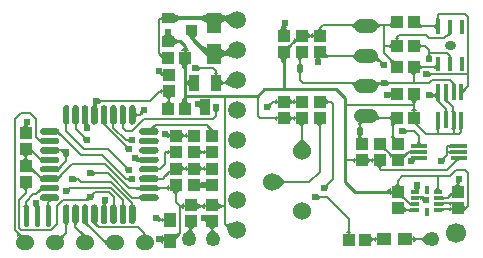
<source format=gtl>
G04 Layer: TopLayer*
G04 EasyEDA v5.9.34, Sun, 20 Jan 2019 06:30:26 GMT*
G04 4d0cf0336fcf4326954002bdc8c8e70b*
G04 Gerber Generator version 0.2*
G04 Scale: 100 percent, Rotated: No, Reflected: No *
G04 Dimensions in millimeters *
G04 leading zeros omitted , absolute positions ,3 integer and 3 decimal *
%FSLAX33Y33*%
%MOMM*%
G90*
G71D02*

%ADD11C,0.159995*%
%ADD12C,0.160000*%
%ADD13C,0.200000*%
%ADD14C,0.249999*%
%ADD15C,0.299999*%
%ADD16C,0.166000*%
%ADD17C,0.250012*%
%ADD18C,1.250010*%
%ADD19C,0.399999*%
%ADD20C,1.199998*%
%ADD21C,0.799998*%
%ADD22C,0.619760*%
%ADD23R,0.299974X0.800100*%
%ADD24R,0.800100X0.299974*%
%ADD25R,1.099998X0.999998*%
%ADD26R,0.999998X1.099998*%
%ADD27R,1.299997X1.099998*%
%ADD28R,1.350010X0.299999*%
%ADD29R,1.350010X0.299720*%
%ADD30R,1.249934X1.800098*%
%ADD31R,1.099998X1.299997*%
%ADD32R,0.899160X1.399540*%
%ADD33R,0.350520X1.350010*%
%ADD34R,0.449580X1.199998*%
%ADD35C,1.519987*%
%ADD36C,1.524000*%
%ADD37C,1.700022*%
%ADD38C,1.249934*%

%LPD*%
G54D11*
G01X30734Y11430D02*
G01X30111Y11430D01*
G01X30111Y11684D01*
G54D12*
G01X34129Y4521D02*
G01X34129Y4572D01*
G01X34798Y4572D01*
G01X35052Y4318D01*
G01X2819Y8559D02*
G01X4394Y8559D01*
G01X4572Y8382D01*
G01X4572Y11658D02*
G01X4572Y10160D01*
G01X6096Y8636D01*
G01X8128Y8636D01*
G01X9906Y6858D01*
G54D13*
G01X2819Y6172D02*
G01X3886Y6172D01*
G01X5080Y7366D01*
G01X7874Y7366D01*
G01X9906Y5334D01*
G01X11430Y5334D01*
G01X11404Y5359D01*
G54D12*
G01X36709Y11419D02*
G01X36709Y12059D01*
G01X36069Y12700D01*
G01X36069Y12700D02*
G01X36069Y13462D01*
G01X36069Y13462D01*
G54D13*
G01X34006Y11305D02*
G01X34006Y13337D01*
G01X34006Y13337D01*
G54D12*
G01X36719Y13462D02*
G01X36719Y12811D01*
G01X37339Y12192D01*
G01X37339Y11450D01*
G01X37369Y11419D01*
G01X37848Y8920D02*
G01X36860Y8920D01*
G01X36830Y8890D01*
G01X36830Y8128D01*
G01X36322Y7620D01*
G01X32607Y13338D02*
G01X31880Y13338D01*
G01X31750Y13208D01*
G01X37848Y8420D02*
G01X36875Y8420D01*
G01X36830Y8465D01*
G01X30734Y16510D02*
G01X31496Y15748D01*
G01X13334Y2690D02*
G01X12295Y2690D01*
G01X12192Y2794D01*
G01X36028Y4521D02*
G01X36879Y4521D01*
G01X37214Y4856D01*
G01X37407Y5049D01*
G01X37715Y5049D01*
G01X34290Y5588D02*
G01X34290Y5181D01*
G01X34128Y5020D01*
G01X32635Y3649D02*
G01X32764Y3520D01*
G01X34128Y3520D01*
G01X36028Y4020D02*
G01X36177Y4064D01*
G01X37715Y4064D01*
G01X37715Y3649D01*
G01X36028Y3520D02*
G01X36094Y3586D01*
G01X37715Y3586D01*
G01X37715Y3649D01*
G54D14*
G01X13178Y17751D02*
G01X13178Y18512D01*
G01X13208Y18542D01*
G01X13208Y18542D02*
G01X13208Y17780D01*
G01X14224Y17780D01*
G01X14637Y17366D01*
G01X14637Y16380D01*
G54D12*
G01X3048Y3048D02*
G01X3048Y4179D01*
G01X3425Y4557D01*
G01X2098Y3048D02*
G01X2098Y3997D01*
G01X2032Y4064D01*
G01X1146Y7272D02*
G01X1363Y7272D01*
G01X2286Y6350D01*
G01X2540Y6096D01*
G01X3364Y6096D01*
G01X3425Y6156D01*
G01X1146Y7272D02*
G01X1146Y8666D01*
G01X3425Y7756D02*
G01X2403Y7756D01*
G01X1778Y8382D01*
G01X1493Y8666D01*
G01X1146Y8666D01*
G01X3425Y6957D02*
G01X3909Y6957D01*
G01X4572Y7620D01*
G01X4572Y8382D01*
G01X1146Y10065D02*
G01X1146Y10798D01*
G01X1270Y10922D01*
G01X13238Y12061D02*
G01X13238Y13463D01*
G01X13331Y13555D01*
G01X13331Y14955D02*
G01X12730Y14955D01*
G01X12446Y15240D01*
G01X11826Y4556D02*
G01X10175Y4556D01*
G01X8128Y6604D01*
G01X6604Y6604D01*
G54D15*
G01X13352Y911D02*
G01X13352Y1016D01*
G01X12446Y1016D01*
G54D13*
G01X6971Y3156D02*
G01X6971Y2426D01*
G01X7366Y2032D01*
G01X10668Y2032D01*
G01X10922Y1778D01*
G01X11176Y1524D01*
G01X11176Y762D01*
G01X6171Y3156D02*
G01X6171Y2464D01*
G01X6858Y1778D01*
G01X7112Y1524D01*
G01X7874Y762D01*
G01X8636Y762D01*
G01X6096Y762D02*
G01X6096Y1270D01*
G01X5334Y2032D01*
G01X5334Y3119D01*
G01X5371Y3156D01*
G01X4572Y3156D02*
G01X4572Y1524D01*
G01X4318Y1270D01*
G01X3810Y762D01*
G01X3556Y762D01*
G54D12*
G01X6604Y4572D02*
G01X7046Y5014D01*
G01X8193Y5014D01*
G01X8636Y4572D01*
G01X8636Y3220D01*
G01X8571Y3156D01*
G54D16*
G01X7771Y3156D02*
G01X7771Y4215D01*
G01X7874Y4318D01*
G54D12*
G01X6350Y10414D02*
G01X6350Y11227D01*
G01X6096Y11481D01*
G01X6171Y11557D01*
G54D16*
G01X6971Y11557D02*
G01X6971Y12559D01*
G01X7112Y12700D01*
G54D12*
G01X7772Y11557D02*
G01X7772Y10769D01*
G01X9906Y8636D01*
G01X3171Y9357D02*
G01X2326Y9357D01*
G01X2032Y9652D01*
G01X2032Y11176D01*
G01X1524Y11684D01*
G01X762Y11684D01*
G01X254Y11176D01*
G01X254Y1778D01*
G01X508Y1524D01*
G01X1016Y1016D01*
G01X1016Y762D01*
G01X1145Y5872D02*
G01X1145Y4955D01*
G01X568Y4378D01*
G01X568Y1971D01*
G01X762Y1778D01*
G01X3302Y1778D01*
G01X3810Y2286D01*
G01X3810Y3810D01*
G01X4318Y4318D01*
G01X6350Y4318D01*
G01X6604Y4572D01*
G54D15*
G01X19050Y17018D02*
G01X18769Y16737D01*
G01X17091Y16737D01*
G01X17091Y16737D02*
G01X16536Y16737D01*
G01X15240Y18034D01*
G01X15240Y18690D01*
G01X15178Y18751D01*
G01X13178Y19751D02*
G01X18856Y19751D01*
G01X19050Y19558D01*
G54D12*
G01X10171Y11557D02*
G01X10795Y11557D01*
G01X11176Y11938D01*
G01X9371Y3156D02*
G01X9371Y4344D01*
G01X8382Y5334D01*
G01X4826Y5334D01*
G01X4572Y5080D01*
G54D16*
G01X19050Y14478D02*
G01X18851Y14279D01*
G01X17322Y14279D01*
G54D13*
G01X16383Y12197D02*
G01X15996Y12197D01*
G01X15748Y12446D01*
G01X15283Y14279D02*
G01X14632Y14279D01*
G01X14599Y14312D01*
G54D12*
G01X8572Y11557D02*
G01X8572Y10477D01*
G01X9652Y9398D01*
G01X10160Y9398D01*
G01X5371Y11557D02*
G01X5371Y10376D01*
G01X6350Y9398D01*
G01X7112Y12700D02*
G01X11684Y12700D01*
G01X12192Y13208D01*
G01X12540Y13556D01*
G01X13249Y13556D01*
G01X29878Y998D02*
G01X29895Y1016D01*
G01X31496Y1016D01*
G54D13*
G01X33274Y1016D02*
G01X35560Y1016D01*
G54D12*
G01X29973Y19050D02*
G01X30104Y19180D01*
G01X32607Y19180D01*
G01X31496Y19050D02*
G01X31496Y19179D01*
G01X31496Y16764D01*
G01X32636Y15623D01*
G01X32608Y15623D01*
G01X29973Y11430D02*
G01X30096Y11306D01*
G01X32607Y11306D01*
G01X32608Y11305D02*
G01X32258Y11231D01*
G01X32258Y9113D01*
G01X32633Y9113D01*
G01X31111Y9113D02*
G01X32510Y7713D01*
G01X32635Y7713D01*
G01X29587Y7713D02*
G01X31111Y7713D01*
G01X29464Y10160D02*
G01X29464Y11430D01*
G01X29972Y11430D01*
G01X37715Y5049D02*
G01X37715Y5965D01*
G01X37846Y6096D01*
G01X37713Y3649D02*
G01X38447Y3649D01*
G01X38608Y3810D01*
G01X38608Y6604D01*
G01X38354Y6858D01*
G01X37592Y6858D01*
G01X37084Y6350D01*
G01X33020Y6350D01*
G01X32633Y5966D01*
G01X32633Y5049D01*
G01X36028Y5020D02*
G01X36028Y6305D01*
G01X36073Y6350D01*
G01X24507Y11269D02*
G01X24507Y8495D01*
G01X24518Y8484D01*
G01X26031Y11269D02*
G01X26031Y6727D01*
G01X25171Y5867D01*
G01X22031Y5867D01*
G01X22983Y11270D02*
G01X22983Y11269D01*
G01X24507Y11269D01*
G01X22983Y12669D02*
G01X22983Y12669D01*
G01X24507Y12669D01*
G01X22983Y12669D02*
G01X22067Y12669D01*
G01X21590Y12192D01*
G54D13*
G01X34006Y12392D02*
G01X28212Y12392D01*
G01X28194Y12374D01*
G54D12*
G01X22983Y16857D02*
G01X24382Y18257D01*
G01X26031Y18257D01*
G01X26029Y16858D02*
G01X25908Y16858D01*
G01X25908Y16002D01*
G01X24505Y16857D02*
G01X24384Y16857D01*
G01X24384Y15494D01*
G01X38608Y14975D02*
G01X38608Y14986D01*
G01X35052Y14986D01*
G01X33020Y10160D02*
G01X34036Y10160D01*
G01X34290Y9906D01*
G01X34447Y9748D01*
G01X34447Y8920D01*
G01X34447Y7919D02*
G01X34081Y7919D01*
G01X33782Y7620D01*
G54D16*
G01X29587Y7713D02*
G01X28200Y7713D01*
G01X28194Y7720D01*
G54D12*
G01X32633Y5049D02*
G01X33334Y4351D01*
G01X33665Y4020D01*
G01X34129Y4020D01*
G01X32633Y7713D02*
G01X32859Y7713D01*
G01X33566Y8420D01*
G01X34447Y8420D01*
G54D14*
G01X22983Y18257D02*
G01X22983Y19173D01*
G01X23114Y19304D01*
G54D12*
G01X15494Y15494D02*
G01X17018Y15494D01*
G01X17272Y15240D01*
G01X17272Y14330D01*
G01X17322Y14279D01*
G54D13*
G01X17018Y1016D02*
G01X16894Y1139D01*
G01X16894Y2316D01*
G01X14986Y1016D02*
G01X15116Y1146D01*
G01X15116Y2316D01*
G01X16894Y2570D02*
G01X16479Y2570D01*
G01X16256Y2794D01*
G54D12*
G01X26029Y12669D02*
G01X26954Y12669D01*
G01X27178Y12446D01*
G01X27178Y6096D01*
G01X26416Y5334D01*
G01X28478Y998D02*
G01X28478Y2763D01*
G01X26670Y4572D01*
G01X25654Y4572D01*
G01X37058Y15905D02*
G01X37058Y16535D01*
G01X36830Y16764D01*
G01X35306Y16764D01*
G01X35306Y16256D01*
G01X34005Y15623D02*
G01X35946Y15623D01*
G01X36068Y15745D01*
G01X36068Y15905D01*
G54D14*
G01X14599Y12061D02*
G01X14599Y16380D01*
G54D16*
G01X13177Y19751D02*
G01X12639Y19751D01*
G01X12446Y19558D01*
G01X12446Y16764D01*
G01X12829Y16380D01*
G01X13200Y16380D01*
G01X3172Y10157D02*
G01X3812Y10157D01*
G01X5842Y8128D01*
G01X7620Y8128D01*
G01X9652Y6096D01*
G01X10160Y6096D01*
G54D17*
G01X11572Y7756D02*
G01X10531Y7756D01*
G01X10414Y7874D01*
G54D13*
G01X13354Y912D02*
G01X13612Y912D01*
G01X14224Y1524D01*
G01X14224Y3807D01*
G01X14221Y3810D01*
G54D11*
G01X17018Y5588D02*
G01X16256Y5588D01*
G01X16256Y5588D02*
G01X15494Y5588D01*
G54D13*
G01X14224Y3807D02*
G01X13845Y4185D01*
G01X13845Y5618D01*
G01X14224Y3807D02*
G01X18005Y3807D01*
G01X18009Y3803D01*
G01X11572Y5356D02*
G01X13845Y5356D01*
G01X13845Y5618D01*
G54D11*
G01X11572Y6957D02*
G01X12545Y6957D01*
G01X12954Y7366D01*
G01X12954Y8382D01*
G01X12984Y8412D01*
G01X13845Y8412D01*
G01X15370Y8411D02*
G01X16894Y8411D01*
G01X16894Y8412D01*
G01X11571Y6156D02*
G01X12760Y6156D01*
G01X12954Y6350D01*
G01X13622Y7018D01*
G01X13846Y7018D01*
G01X16894Y7018D02*
G01X13846Y7018D01*
G01X15370Y9811D02*
G01X13048Y9811D01*
G01X12954Y9906D01*
G01X16893Y9812D02*
G01X16893Y10284D01*
G01X16510Y10668D01*
G01X12082Y10668D01*
G01X11572Y10157D01*
G01X36070Y13462D02*
G01X36070Y13208D01*
G01X35306Y13208D01*
G01X31109Y7713D02*
G01X31109Y6987D01*
G01X31242Y6858D01*
G01X36830Y6858D01*
G01X37848Y7876D01*
G01X37848Y7919D01*
G01X34006Y11306D02*
G01X34006Y10951D01*
G01X35052Y9906D01*
G01X37846Y9906D01*
G01X38008Y10068D01*
G01X38008Y11098D01*
G01X37368Y11098D02*
G01X37368Y9940D01*
G01X37334Y9906D01*
G01X36068Y11098D02*
G01X36068Y9907D01*
G01X36069Y9906D01*
G01X5080Y6096D02*
G01X5588Y6096D01*
G01X5842Y5842D01*
G01X8382Y5842D01*
G01X10160Y4064D01*
G01X10171Y3156D01*
G01X34005Y19179D02*
G01X34137Y19050D01*
G01X36070Y19050D01*
G01X36070Y18897D01*
G01X29464Y10160D02*
G01X29464Y9113D01*
G01X29585Y9113D01*
G01X36068Y19001D02*
G01X36068Y20066D01*
G01X38354Y20066D01*
G01X38608Y19812D01*
G01X38608Y13970D01*
G01X38125Y13487D01*
G01X38008Y13487D01*
G01X34006Y15624D02*
G01X34006Y14241D01*
G01X34036Y14224D01*
G54D17*
G01X22983Y16857D02*
G01X22983Y13723D01*
G01X22976Y13716D01*
G54D14*
G01X14599Y13174D02*
G01X20794Y13174D01*
G01X21336Y13716D01*
G01X27432Y13716D01*
G01X28194Y12954D01*
G01X28194Y5842D01*
G01X28986Y5049D01*
G01X32633Y5049D01*
G54D11*
G01X22981Y11269D02*
G01X20988Y11269D01*
G01X20828Y11430D01*
G01X20828Y13208D01*
G01X26031Y16857D02*
G01X26379Y16510D01*
G01X29974Y16510D01*
G01X32605Y19434D02*
G01X32605Y19434D01*
G01X35306Y16256D02*
G01X35306Y17018D01*
G01X35052Y17272D01*
G01X34928Y17395D01*
G01X34000Y17395D01*
G01X32600Y17396D02*
G01X32600Y18122D01*
G01X32766Y18288D01*
G01X35052Y18288D01*
G01X35306Y18034D01*
G01X36576Y18034D01*
G01X37058Y18516D01*
G01X37058Y19001D01*
G54D13*
G01X19050Y1778D02*
G01X18542Y1778D01*
G01X18034Y2286D01*
G01X18034Y13169D01*
G01X18039Y13174D01*
G54D12*
G01X31496Y17409D02*
G01X31510Y17395D01*
G01X32600Y17395D01*
G54D11*
G01X9371Y11557D02*
G01X9371Y10440D01*
G01X9652Y10160D01*
G01X10160Y10160D01*
G01X10922Y10922D01*
G01X11176Y11176D01*
G01X17018Y11176D01*
G01X17272Y11430D01*
G01X17272Y12192D01*
G54D12*
G01X31496Y19179D02*
G01X26291Y19179D01*
G01X26029Y18917D01*
G01X26029Y18257D01*
G54D11*
G01X24384Y15494D02*
G01X24384Y14478D01*
G01X24638Y14224D01*
G01X31496Y14224D01*
G01X31496Y14224D02*
G01X35306Y14224D01*
G01X35560Y14478D01*
G01X37084Y14478D01*
G01X37368Y14193D01*
G01X37368Y13487D01*
G01X1148Y3048D02*
G01X1148Y4196D01*
G01X1778Y4826D01*
G01X2032Y4826D01*
G01X2540Y5334D01*
G01X3172Y5356D01*
G54D18*
G01X11051Y762D02*
G01X11300Y762D01*
G01X8511Y762D02*
G01X8760Y762D01*
G01X5971Y762D02*
G01X6220Y762D01*
G01X3431Y762D02*
G01X3680Y762D01*
G01X891Y762D02*
G01X1140Y762D01*
G54D19*
G01X3048Y3749D02*
G01X3048Y2346D01*
G01X2098Y3749D02*
G01X2098Y2346D01*
G01X1148Y3749D02*
G01X1148Y2346D01*
G54D20*
G01X29575Y19050D02*
G01X30373Y19050D01*
G01X29575Y16510D02*
G01X30373Y16510D01*
G01X29575Y13970D02*
G01X30373Y13970D01*
G01X29575Y11430D02*
G01X30373Y11430D01*
G54D21*
G01X36957Y17449D02*
G01X37157Y17449D01*
G54D23*
G01X35128Y3321D03*
G01X35128Y5220D03*
G54D24*
G01X36028Y5020D03*
G01X36028Y4521D03*
G01X36028Y4020D03*
G01X36028Y3520D03*
G01X34128Y3520D03*
G01X34128Y4020D03*
G01X34128Y4521D03*
G01X34128Y5020D03*
G54D25*
G01X32635Y5049D03*
G01X32635Y3649D03*
G01X37715Y5049D03*
G01X37715Y3649D03*
G01X29587Y9113D03*
G01X29587Y7713D03*
G01X32635Y9113D03*
G01X32635Y7713D03*
G54D26*
G01X13200Y12045D03*
G01X14599Y12045D03*
G54D25*
G01X31111Y9113D03*
G01X31111Y7713D03*
G01X13249Y14955D03*
G01X13249Y13555D03*
G54D27*
G01X33274Y1016D03*
G01X31496Y1016D03*
G54D26*
G01X13200Y16380D03*
G01X14599Y16380D03*
G54D25*
G01X13846Y5618D03*
G01X13846Y7018D03*
G01X15370Y5618D03*
G01X15370Y7018D03*
G01X16894Y5618D03*
G01X16894Y7018D03*
G01X24507Y18257D03*
G01X24507Y16857D03*
G01X26031Y18257D03*
G01X26031Y16857D03*
G01X22983Y18257D03*
G01X22983Y16857D03*
G01X1146Y5872D03*
G01X1146Y7272D03*
G01X1146Y8666D03*
G01X1146Y10066D03*
G36*
G01X14681Y18300D02*
G01X14681Y19202D01*
G01X15681Y19202D01*
G01X15681Y18300D01*
G01X14681Y18300D01*
G37*
G36*
G01X12682Y19301D02*
G01X12682Y20200D01*
G01X13680Y20200D01*
G01X13680Y19301D01*
G01X12682Y19301D01*
G37*
G36*
G01X12682Y17302D02*
G01X12682Y18201D01*
G01X13680Y18201D01*
G01X13680Y17302D01*
G01X12682Y17302D01*
G37*
G01X13846Y8412D03*
G01X13846Y9812D03*
G54D28*
G01X37848Y7919D03*
G54D29*
G01X37848Y8420D03*
G01X37848Y8920D03*
G01X34447Y7919D03*
G01X34447Y8420D03*
G01X34447Y8920D03*
G54D26*
G01X32600Y17395D03*
G01X34000Y17395D03*
G01X34008Y13338D03*
G01X32608Y13338D03*
G01X34008Y11306D03*
G01X32608Y11306D03*
G54D25*
G01X26031Y12669D03*
G01X26031Y11269D03*
G01X22983Y12669D03*
G01X22983Y11269D03*
G01X24507Y12669D03*
G01X24507Y11269D03*
G54D30*
G01X17091Y19337D03*
G01X17091Y16737D03*
G54D26*
G01X28478Y996D03*
G01X29878Y996D03*
G54D31*
G01X13352Y911D03*
G01X13352Y2689D03*
G54D25*
G01X16894Y2570D03*
G01X16894Y3970D03*
G01X16894Y8412D03*
G01X16894Y9812D03*
G36*
G01X4846Y11008D02*
G01X4843Y10972D01*
G01X4838Y10939D01*
G01X4826Y10906D01*
G01X4813Y10873D01*
G01X4792Y10845D01*
G01X4772Y10817D01*
G01X4747Y10795D01*
G01X4719Y10774D01*
G01X4688Y10759D01*
G01X4655Y10746D01*
G01X4622Y10736D01*
G01X4589Y10734D01*
G01X4554Y10734D01*
G01X4521Y10736D01*
G01X4485Y10746D01*
G01X4455Y10759D01*
G01X4424Y10774D01*
G01X4396Y10795D01*
G01X4371Y10817D01*
G01X4348Y10845D01*
G01X4330Y10873D01*
G01X4315Y10906D01*
G01X4305Y10939D01*
G01X4297Y10972D01*
G01X4297Y11008D01*
G01X4297Y12108D01*
G01X4297Y12141D01*
G01X4305Y12176D01*
G01X4315Y12209D01*
G01X4330Y12240D01*
G01X4348Y12268D01*
G01X4371Y12296D01*
G01X4396Y12319D01*
G01X4424Y12339D01*
G01X4455Y12357D01*
G01X4485Y12369D01*
G01X4521Y12377D01*
G01X4554Y12382D01*
G01X4589Y12382D01*
G01X4622Y12377D01*
G01X4655Y12369D01*
G01X4688Y12357D01*
G01X4719Y12339D01*
G01X4747Y12319D01*
G01X4772Y12296D01*
G01X4792Y12268D01*
G01X4813Y12240D01*
G01X4826Y12209D01*
G01X4838Y12176D01*
G01X4843Y12141D01*
G01X4846Y12108D01*
G01X4846Y11008D01*
G37*
G36*
G01X5646Y11008D02*
G01X5643Y10972D01*
G01X5638Y10939D01*
G01X5626Y10906D01*
G01X5613Y10873D01*
G01X5593Y10845D01*
G01X5572Y10817D01*
G01X5547Y10795D01*
G01X5519Y10774D01*
G01X5488Y10759D01*
G01X5455Y10746D01*
G01X5422Y10736D01*
G01X5389Y10734D01*
G01X5354Y10734D01*
G01X5318Y10736D01*
G01X5285Y10746D01*
G01X5255Y10759D01*
G01X5224Y10774D01*
G01X5196Y10795D01*
G01X5171Y10817D01*
G01X5148Y10845D01*
G01X5130Y10873D01*
G01X5115Y10906D01*
G01X5105Y10939D01*
G01X5097Y10972D01*
G01X5097Y11008D01*
G01X5097Y12108D01*
G01X5097Y12141D01*
G01X5105Y12176D01*
G01X5115Y12209D01*
G01X5130Y12240D01*
G01X5148Y12268D01*
G01X5171Y12296D01*
G01X5196Y12319D01*
G01X5224Y12339D01*
G01X5255Y12357D01*
G01X5285Y12369D01*
G01X5318Y12377D01*
G01X5354Y12382D01*
G01X5389Y12382D01*
G01X5422Y12377D01*
G01X5455Y12369D01*
G01X5488Y12357D01*
G01X5519Y12339D01*
G01X5547Y12319D01*
G01X5572Y12296D01*
G01X5593Y12268D01*
G01X5613Y12240D01*
G01X5626Y12209D01*
G01X5638Y12176D01*
G01X5643Y12141D01*
G01X5646Y12108D01*
G01X5646Y11008D01*
G37*
G36*
G01X6446Y11008D02*
G01X6443Y10972D01*
G01X6438Y10939D01*
G01X6426Y10906D01*
G01X6413Y10873D01*
G01X6393Y10845D01*
G01X6372Y10817D01*
G01X6347Y10795D01*
G01X6319Y10774D01*
G01X6289Y10759D01*
G01X6256Y10746D01*
G01X6223Y10736D01*
G01X6189Y10734D01*
G01X6154Y10734D01*
G01X6118Y10736D01*
G01X6085Y10746D01*
G01X6055Y10759D01*
G01X6024Y10774D01*
G01X5996Y10795D01*
G01X5971Y10817D01*
G01X5948Y10845D01*
G01X5930Y10873D01*
G01X5915Y10906D01*
G01X5905Y10939D01*
G01X5897Y10972D01*
G01X5895Y11008D01*
G01X5895Y12108D01*
G01X5897Y12141D01*
G01X5905Y12176D01*
G01X5915Y12209D01*
G01X5930Y12240D01*
G01X5948Y12268D01*
G01X5971Y12296D01*
G01X5996Y12319D01*
G01X6024Y12339D01*
G01X6055Y12357D01*
G01X6085Y12369D01*
G01X6118Y12377D01*
G01X6154Y12382D01*
G01X6189Y12382D01*
G01X6223Y12377D01*
G01X6256Y12369D01*
G01X6289Y12357D01*
G01X6319Y12339D01*
G01X6347Y12319D01*
G01X6372Y12296D01*
G01X6393Y12268D01*
G01X6413Y12240D01*
G01X6426Y12209D01*
G01X6438Y12176D01*
G01X6443Y12141D01*
G01X6446Y12108D01*
G01X6446Y11008D01*
G37*
G36*
G01X7246Y11008D02*
G01X7244Y10972D01*
G01X7239Y10939D01*
G01X7226Y10906D01*
G01X7213Y10873D01*
G01X7193Y10845D01*
G01X7172Y10817D01*
G01X7147Y10795D01*
G01X7119Y10774D01*
G01X7089Y10759D01*
G01X7056Y10746D01*
G01X7023Y10736D01*
G01X6987Y10734D01*
G01X6954Y10734D01*
G01X6918Y10736D01*
G01X6885Y10746D01*
G01X6855Y10759D01*
G01X6824Y10774D01*
G01X6797Y10795D01*
G01X6771Y10817D01*
G01X6748Y10845D01*
G01X6731Y10873D01*
G01X6715Y10906D01*
G01X6705Y10939D01*
G01X6697Y10972D01*
G01X6695Y11008D01*
G01X6695Y12108D01*
G01X6697Y12141D01*
G01X6705Y12176D01*
G01X6715Y12209D01*
G01X6731Y12240D01*
G01X6748Y12268D01*
G01X6771Y12296D01*
G01X6797Y12319D01*
G01X6824Y12339D01*
G01X6855Y12357D01*
G01X6885Y12369D01*
G01X6918Y12377D01*
G01X6954Y12382D01*
G01X6987Y12382D01*
G01X7023Y12377D01*
G01X7056Y12369D01*
G01X7089Y12357D01*
G01X7119Y12339D01*
G01X7147Y12319D01*
G01X7172Y12296D01*
G01X7193Y12268D01*
G01X7213Y12240D01*
G01X7226Y12209D01*
G01X7239Y12176D01*
G01X7244Y12141D01*
G01X7246Y12108D01*
G01X7246Y11008D01*
G37*
G36*
G01X8046Y11008D02*
G01X8044Y10972D01*
G01X8039Y10939D01*
G01X8026Y10906D01*
G01X8013Y10873D01*
G01X7993Y10845D01*
G01X7973Y10817D01*
G01X7947Y10795D01*
G01X7919Y10774D01*
G01X7889Y10759D01*
G01X7856Y10746D01*
G01X7823Y10736D01*
G01X7787Y10734D01*
G01X7754Y10734D01*
G01X7719Y10736D01*
G01X7686Y10746D01*
G01X7655Y10759D01*
G01X7625Y10774D01*
G01X7597Y10795D01*
G01X7571Y10817D01*
G01X7548Y10845D01*
G01X7531Y10873D01*
G01X7515Y10906D01*
G01X7505Y10939D01*
G01X7498Y10972D01*
G01X7495Y11008D01*
G01X7495Y12108D01*
G01X7498Y12141D01*
G01X7505Y12176D01*
G01X7515Y12209D01*
G01X7531Y12240D01*
G01X7548Y12268D01*
G01X7571Y12296D01*
G01X7597Y12319D01*
G01X7625Y12339D01*
G01X7655Y12357D01*
G01X7686Y12369D01*
G01X7719Y12377D01*
G01X7754Y12382D01*
G01X7787Y12382D01*
G01X7823Y12377D01*
G01X7856Y12369D01*
G01X7889Y12357D01*
G01X7919Y12339D01*
G01X7947Y12319D01*
G01X7973Y12296D01*
G01X7993Y12268D01*
G01X8013Y12240D01*
G01X8026Y12209D01*
G01X8039Y12176D01*
G01X8044Y12141D01*
G01X8046Y12108D01*
G01X8046Y11008D01*
G37*
G36*
G01X8846Y11008D02*
G01X8844Y10972D01*
G01X8836Y10939D01*
G01X8826Y10906D01*
G01X8811Y10873D01*
G01X8793Y10845D01*
G01X8773Y10817D01*
G01X8747Y10795D01*
G01X8719Y10774D01*
G01X8689Y10759D01*
G01X8656Y10746D01*
G01X8623Y10736D01*
G01X8587Y10734D01*
G01X8554Y10734D01*
G01X8519Y10736D01*
G01X8486Y10746D01*
G01X8455Y10759D01*
G01X8425Y10774D01*
G01X8397Y10795D01*
G01X8371Y10817D01*
G01X8348Y10845D01*
G01X8331Y10873D01*
G01X8315Y10906D01*
G01X8305Y10939D01*
G01X8298Y10972D01*
G01X8295Y11008D01*
G01X8295Y12108D01*
G01X8298Y12141D01*
G01X8305Y12176D01*
G01X8315Y12209D01*
G01X8331Y12240D01*
G01X8348Y12268D01*
G01X8371Y12296D01*
G01X8397Y12319D01*
G01X8425Y12339D01*
G01X8455Y12357D01*
G01X8486Y12369D01*
G01X8519Y12377D01*
G01X8554Y12382D01*
G01X8587Y12382D01*
G01X8623Y12377D01*
G01X8656Y12369D01*
G01X8689Y12357D01*
G01X8719Y12339D01*
G01X8747Y12319D01*
G01X8773Y12296D01*
G01X8793Y12268D01*
G01X8811Y12240D01*
G01X8826Y12209D01*
G01X8836Y12176D01*
G01X8844Y12141D01*
G01X8846Y12108D01*
G01X8846Y11008D01*
G37*
G36*
G01X9646Y11008D02*
G01X9644Y10972D01*
G01X9636Y10939D01*
G01X9626Y10906D01*
G01X9611Y10873D01*
G01X9593Y10845D01*
G01X9570Y10817D01*
G01X9547Y10795D01*
G01X9519Y10774D01*
G01X9489Y10759D01*
G01X9456Y10746D01*
G01X9423Y10736D01*
G01X9387Y10734D01*
G01X9354Y10734D01*
G01X9319Y10736D01*
G01X9286Y10746D01*
G01X9253Y10759D01*
G01X9225Y10774D01*
G01X9197Y10795D01*
G01X9171Y10817D01*
G01X9149Y10845D01*
G01X9131Y10873D01*
G01X9116Y10906D01*
G01X9105Y10939D01*
G01X9098Y10972D01*
G01X9095Y11008D01*
G01X9095Y12108D01*
G01X9098Y12141D01*
G01X9105Y12176D01*
G01X9116Y12209D01*
G01X9131Y12240D01*
G01X9149Y12268D01*
G01X9171Y12296D01*
G01X9197Y12319D01*
G01X9225Y12339D01*
G01X9253Y12357D01*
G01X9286Y12369D01*
G01X9319Y12377D01*
G01X9354Y12382D01*
G01X9387Y12382D01*
G01X9423Y12377D01*
G01X9456Y12369D01*
G01X9489Y12357D01*
G01X9519Y12339D01*
G01X9547Y12319D01*
G01X9570Y12296D01*
G01X9593Y12268D01*
G01X9611Y12240D01*
G01X9626Y12209D01*
G01X9636Y12176D01*
G01X9644Y12141D01*
G01X9646Y12108D01*
G01X9646Y11008D01*
G37*
G36*
G01X10447Y11008D02*
G01X10444Y10972D01*
G01X10436Y10939D01*
G01X10426Y10906D01*
G01X10411Y10873D01*
G01X10393Y10845D01*
G01X10370Y10817D01*
G01X10347Y10795D01*
G01X10320Y10774D01*
G01X10289Y10759D01*
G01X10256Y10746D01*
G01X10223Y10736D01*
G01X10187Y10734D01*
G01X10154Y10734D01*
G01X10119Y10736D01*
G01X10086Y10746D01*
G01X10053Y10759D01*
G01X10025Y10774D01*
G01X9997Y10795D01*
G01X9972Y10817D01*
G01X9949Y10845D01*
G01X9931Y10873D01*
G01X9916Y10906D01*
G01X9906Y10939D01*
G01X9898Y10972D01*
G01X9895Y11008D01*
G01X9895Y12108D01*
G01X9898Y12141D01*
G01X9906Y12176D01*
G01X9916Y12209D01*
G01X9931Y12240D01*
G01X9949Y12268D01*
G01X9972Y12296D01*
G01X9997Y12319D01*
G01X10025Y12339D01*
G01X10053Y12357D01*
G01X10086Y12369D01*
G01X10119Y12377D01*
G01X10154Y12382D01*
G01X10187Y12382D01*
G01X10223Y12377D01*
G01X10256Y12369D01*
G01X10289Y12357D01*
G01X10320Y12339D01*
G01X10347Y12319D01*
G01X10370Y12296D01*
G01X10393Y12268D01*
G01X10411Y12240D01*
G01X10426Y12209D01*
G01X10436Y12176D01*
G01X10444Y12141D01*
G01X10447Y12108D01*
G01X10447Y11008D01*
G37*
G36*
G01X12120Y10431D02*
G01X12156Y10429D01*
G01X12189Y10424D01*
G01X12222Y10414D01*
G01X12252Y10398D01*
G01X12283Y10380D01*
G01X12308Y10358D01*
G01X12334Y10332D01*
G01X12354Y10304D01*
G01X12369Y10274D01*
G01X12382Y10241D01*
G01X12392Y10208D01*
G01X12395Y10175D01*
G01X12395Y10139D01*
G01X12392Y10106D01*
G01X12382Y10073D01*
G01X12369Y10040D01*
G01X12354Y10010D01*
G01X12334Y9982D01*
G01X12308Y9956D01*
G01X12283Y9933D01*
G01X12252Y9916D01*
G01X12222Y9900D01*
G01X12189Y9890D01*
G01X12156Y9885D01*
G01X12120Y9883D01*
G01X11021Y9883D01*
G01X10988Y9885D01*
G01X10952Y9890D01*
G01X10919Y9900D01*
G01X10888Y9916D01*
G01X10861Y9933D01*
G01X10833Y9956D01*
G01X10810Y9982D01*
G01X10789Y10010D01*
G01X10772Y10040D01*
G01X10759Y10073D01*
G01X10751Y10106D01*
G01X10746Y10139D01*
G01X10746Y10175D01*
G01X10751Y10208D01*
G01X10759Y10241D01*
G01X10772Y10274D01*
G01X10789Y10304D01*
G01X10810Y10332D01*
G01X10833Y10358D01*
G01X10861Y10380D01*
G01X10888Y10398D01*
G01X10919Y10414D01*
G01X10952Y10424D01*
G01X10988Y10429D01*
G01X11021Y10431D01*
G01X12120Y10431D01*
G37*
G36*
G01X12120Y9631D02*
G01X12156Y9629D01*
G01X12189Y9624D01*
G01X12222Y9613D01*
G01X12252Y9598D01*
G01X12283Y9580D01*
G01X12308Y9558D01*
G01X12334Y9532D01*
G01X12354Y9504D01*
G01X12369Y9474D01*
G01X12382Y9441D01*
G01X12392Y9408D01*
G01X12395Y9375D01*
G01X12395Y9339D01*
G01X12392Y9306D01*
G01X12382Y9273D01*
G01X12369Y9240D01*
G01X12354Y9210D01*
G01X12334Y9182D01*
G01X12308Y9156D01*
G01X12283Y9133D01*
G01X12252Y9116D01*
G01X12222Y9100D01*
G01X12189Y9090D01*
G01X12156Y9085D01*
G01X12120Y9083D01*
G01X11021Y9083D01*
G01X10988Y9085D01*
G01X10952Y9090D01*
G01X10919Y9100D01*
G01X10888Y9116D01*
G01X10861Y9133D01*
G01X10833Y9156D01*
G01X10810Y9182D01*
G01X10789Y9210D01*
G01X10772Y9240D01*
G01X10759Y9273D01*
G01X10751Y9306D01*
G01X10746Y9339D01*
G01X10746Y9375D01*
G01X10751Y9408D01*
G01X10759Y9441D01*
G01X10772Y9474D01*
G01X10789Y9504D01*
G01X10810Y9532D01*
G01X10833Y9558D01*
G01X10861Y9580D01*
G01X10888Y9598D01*
G01X10919Y9613D01*
G01X10952Y9624D01*
G01X10988Y9629D01*
G01X11021Y9631D01*
G01X12120Y9631D01*
G37*
G36*
G01X12120Y8831D02*
G01X12156Y8829D01*
G01X12189Y8823D01*
G01X12222Y8813D01*
G01X12252Y8798D01*
G01X12283Y8780D01*
G01X12308Y8757D01*
G01X12334Y8732D01*
G01X12354Y8704D01*
G01X12369Y8674D01*
G01X12382Y8643D01*
G01X12392Y8608D01*
G01X12395Y8575D01*
G01X12395Y8539D01*
G01X12392Y8506D01*
G01X12382Y8473D01*
G01X12369Y8440D01*
G01X12354Y8409D01*
G01X12334Y8382D01*
G01X12308Y8356D01*
G01X12283Y8333D01*
G01X12252Y8315D01*
G01X12222Y8300D01*
G01X12189Y8290D01*
G01X12156Y8285D01*
G01X12120Y8282D01*
G01X11021Y8282D01*
G01X10988Y8285D01*
G01X10952Y8290D01*
G01X10919Y8300D01*
G01X10888Y8315D01*
G01X10861Y8333D01*
G01X10833Y8356D01*
G01X10810Y8382D01*
G01X10789Y8409D01*
G01X10772Y8440D01*
G01X10759Y8473D01*
G01X10751Y8506D01*
G01X10746Y8539D01*
G01X10746Y8575D01*
G01X10751Y8608D01*
G01X10759Y8643D01*
G01X10772Y8674D01*
G01X10789Y8704D01*
G01X10810Y8732D01*
G01X10833Y8757D01*
G01X10861Y8780D01*
G01X10888Y8798D01*
G01X10919Y8813D01*
G01X10952Y8823D01*
G01X10988Y8829D01*
G01X11021Y8831D01*
G01X12120Y8831D01*
G37*
G36*
G01X12120Y8031D02*
G01X12156Y8028D01*
G01X12189Y8023D01*
G01X12222Y8013D01*
G01X12252Y7998D01*
G01X12283Y7980D01*
G01X12308Y7957D01*
G01X12334Y7932D01*
G01X12354Y7904D01*
G01X12369Y7874D01*
G01X12382Y7843D01*
G01X12392Y7807D01*
G01X12395Y7774D01*
G01X12395Y7739D01*
G01X12392Y7706D01*
G01X12382Y7673D01*
G01X12369Y7640D01*
G01X12354Y7609D01*
G01X12334Y7581D01*
G01X12308Y7556D01*
G01X12283Y7533D01*
G01X12252Y7515D01*
G01X12222Y7500D01*
G01X12189Y7490D01*
G01X12156Y7485D01*
G01X12120Y7482D01*
G01X11021Y7482D01*
G01X10988Y7485D01*
G01X10952Y7490D01*
G01X10919Y7500D01*
G01X10888Y7515D01*
G01X10861Y7533D01*
G01X10833Y7556D01*
G01X10810Y7581D01*
G01X10789Y7609D01*
G01X10772Y7640D01*
G01X10759Y7673D01*
G01X10751Y7706D01*
G01X10746Y7739D01*
G01X10746Y7774D01*
G01X10751Y7807D01*
G01X10759Y7843D01*
G01X10772Y7874D01*
G01X10789Y7904D01*
G01X10810Y7932D01*
G01X10833Y7957D01*
G01X10861Y7980D01*
G01X10888Y7998D01*
G01X10919Y8013D01*
G01X10952Y8023D01*
G01X10988Y8028D01*
G01X11021Y8031D01*
G01X12120Y8031D01*
G37*
G36*
G01X12120Y7231D02*
G01X12156Y7231D01*
G01X12189Y7223D01*
G01X12222Y7213D01*
G01X12252Y7198D01*
G01X12283Y7180D01*
G01X12308Y7157D01*
G01X12334Y7132D01*
G01X12354Y7104D01*
G01X12369Y7073D01*
G01X12382Y7043D01*
G01X12392Y7007D01*
G01X12395Y6974D01*
G01X12395Y6939D01*
G01X12392Y6906D01*
G01X12382Y6873D01*
G01X12369Y6840D01*
G01X12354Y6809D01*
G01X12334Y6781D01*
G01X12308Y6756D01*
G01X12283Y6736D01*
G01X12252Y6715D01*
G01X12222Y6700D01*
G01X12189Y6690D01*
G01X12156Y6685D01*
G01X12120Y6682D01*
G01X11021Y6682D01*
G01X10988Y6685D01*
G01X10952Y6690D01*
G01X10919Y6700D01*
G01X10888Y6715D01*
G01X10861Y6736D01*
G01X10833Y6756D01*
G01X10810Y6781D01*
G01X10789Y6809D01*
G01X10772Y6840D01*
G01X10759Y6873D01*
G01X10751Y6906D01*
G01X10746Y6939D01*
G01X10746Y6974D01*
G01X10751Y7007D01*
G01X10759Y7043D01*
G01X10772Y7073D01*
G01X10789Y7104D01*
G01X10810Y7132D01*
G01X10833Y7157D01*
G01X10861Y7180D01*
G01X10888Y7198D01*
G01X10919Y7213D01*
G01X10952Y7223D01*
G01X10988Y7231D01*
G01X11021Y7231D01*
G01X12120Y7231D01*
G37*
G36*
G01X12120Y6431D02*
G01X12156Y6431D01*
G01X12189Y6423D01*
G01X12222Y6413D01*
G01X12252Y6398D01*
G01X12283Y6380D01*
G01X12308Y6357D01*
G01X12334Y6332D01*
G01X12354Y6304D01*
G01X12369Y6273D01*
G01X12382Y6243D01*
G01X12392Y6207D01*
G01X12395Y6174D01*
G01X12395Y6139D01*
G01X12392Y6106D01*
G01X12382Y6073D01*
G01X12369Y6040D01*
G01X12354Y6009D01*
G01X12334Y5981D01*
G01X12308Y5956D01*
G01X12283Y5935D01*
G01X12252Y5915D01*
G01X12222Y5900D01*
G01X12189Y5890D01*
G01X12156Y5885D01*
G01X12120Y5882D01*
G01X11021Y5882D01*
G01X10988Y5885D01*
G01X10952Y5890D01*
G01X10919Y5900D01*
G01X10888Y5915D01*
G01X10861Y5935D01*
G01X10833Y5956D01*
G01X10810Y5981D01*
G01X10789Y6009D01*
G01X10772Y6040D01*
G01X10759Y6073D01*
G01X10751Y6106D01*
G01X10746Y6139D01*
G01X10746Y6174D01*
G01X10751Y6207D01*
G01X10759Y6243D01*
G01X10772Y6273D01*
G01X10789Y6304D01*
G01X10810Y6332D01*
G01X10833Y6357D01*
G01X10861Y6380D01*
G01X10888Y6398D01*
G01X10919Y6413D01*
G01X10952Y6423D01*
G01X10988Y6431D01*
G01X11021Y6431D01*
G01X12120Y6431D01*
G37*
G36*
G01X12120Y5631D02*
G01X12156Y5631D01*
G01X12189Y5623D01*
G01X12222Y5613D01*
G01X12252Y5598D01*
G01X12283Y5580D01*
G01X12308Y5557D01*
G01X12334Y5532D01*
G01X12354Y5504D01*
G01X12369Y5473D01*
G01X12382Y5443D01*
G01X12392Y5407D01*
G01X12395Y5374D01*
G01X12395Y5339D01*
G01X12392Y5306D01*
G01X12382Y5273D01*
G01X12369Y5240D01*
G01X12354Y5209D01*
G01X12334Y5181D01*
G01X12308Y5156D01*
G01X12283Y5135D01*
G01X12252Y5115D01*
G01X12222Y5102D01*
G01X12189Y5090D01*
G01X12156Y5085D01*
G01X12120Y5082D01*
G01X11021Y5082D01*
G01X10988Y5085D01*
G01X10952Y5090D01*
G01X10919Y5102D01*
G01X10888Y5115D01*
G01X10861Y5135D01*
G01X10833Y5156D01*
G01X10810Y5181D01*
G01X10789Y5209D01*
G01X10772Y5240D01*
G01X10759Y5273D01*
G01X10751Y5306D01*
G01X10746Y5339D01*
G01X10746Y5374D01*
G01X10751Y5407D01*
G01X10759Y5443D01*
G01X10772Y5473D01*
G01X10789Y5504D01*
G01X10810Y5532D01*
G01X10833Y5557D01*
G01X10861Y5580D01*
G01X10888Y5598D01*
G01X10919Y5613D01*
G01X10952Y5623D01*
G01X10988Y5631D01*
G01X11021Y5631D01*
G01X12120Y5631D01*
G37*
G36*
G01X12120Y4833D02*
G01X12156Y4831D01*
G01X12189Y4823D01*
G01X12222Y4813D01*
G01X12252Y4798D01*
G01X12283Y4780D01*
G01X12308Y4757D01*
G01X12334Y4732D01*
G01X12354Y4704D01*
G01X12369Y4673D01*
G01X12382Y4643D01*
G01X12392Y4610D01*
G01X12395Y4574D01*
G01X12395Y4538D01*
G01X12392Y4505D01*
G01X12382Y4472D01*
G01X12369Y4439D01*
G01X12354Y4409D01*
G01X12334Y4381D01*
G01X12308Y4356D01*
G01X12283Y4335D01*
G01X12252Y4315D01*
G01X12222Y4302D01*
G01X12189Y4290D01*
G01X12156Y4284D01*
G01X12120Y4282D01*
G01X11021Y4282D01*
G01X10988Y4284D01*
G01X10952Y4290D01*
G01X10919Y4302D01*
G01X10888Y4315D01*
G01X10861Y4335D01*
G01X10833Y4356D01*
G01X10810Y4381D01*
G01X10789Y4409D01*
G01X10772Y4439D01*
G01X10759Y4472D01*
G01X10751Y4505D01*
G01X10746Y4538D01*
G01X10746Y4574D01*
G01X10751Y4610D01*
G01X10759Y4643D01*
G01X10772Y4673D01*
G01X10789Y4704D01*
G01X10810Y4732D01*
G01X10833Y4757D01*
G01X10861Y4780D01*
G01X10888Y4798D01*
G01X10919Y4813D01*
G01X10952Y4823D01*
G01X10988Y4831D01*
G01X11021Y4833D01*
G01X12120Y4833D01*
G37*
G36*
G01X10447Y2608D02*
G01X10444Y2573D01*
G01X10436Y2540D01*
G01X10426Y2506D01*
G01X10411Y2473D01*
G01X10393Y2446D01*
G01X10370Y2418D01*
G01X10347Y2395D01*
G01X10320Y2374D01*
G01X10289Y2359D01*
G01X10256Y2346D01*
G01X10223Y2336D01*
G01X10187Y2331D01*
G01X10154Y2331D01*
G01X10119Y2336D01*
G01X10086Y2346D01*
G01X10053Y2359D01*
G01X10025Y2374D01*
G01X9997Y2395D01*
G01X9972Y2418D01*
G01X9949Y2446D01*
G01X9931Y2473D01*
G01X9916Y2506D01*
G01X9906Y2540D01*
G01X9898Y2573D01*
G01X9895Y2608D01*
G01X9895Y3708D01*
G01X9898Y3741D01*
G01X9906Y3776D01*
G01X9916Y3807D01*
G01X9931Y3840D01*
G01X9949Y3868D01*
G01X9972Y3896D01*
G01X9997Y3919D01*
G01X10025Y3939D01*
G01X10053Y3957D01*
G01X10086Y3970D01*
G01X10119Y3977D01*
G01X10154Y3982D01*
G01X10187Y3982D01*
G01X10223Y3977D01*
G01X10256Y3970D01*
G01X10289Y3957D01*
G01X10320Y3939D01*
G01X10347Y3919D01*
G01X10370Y3896D01*
G01X10393Y3868D01*
G01X10411Y3840D01*
G01X10426Y3807D01*
G01X10436Y3776D01*
G01X10444Y3741D01*
G01X10447Y3708D01*
G01X10447Y2608D01*
G37*
G36*
G01X9646Y2608D02*
G01X9644Y2573D01*
G01X9636Y2540D01*
G01X9626Y2506D01*
G01X9611Y2473D01*
G01X9593Y2446D01*
G01X9570Y2418D01*
G01X9547Y2395D01*
G01X9519Y2374D01*
G01X9489Y2359D01*
G01X9456Y2346D01*
G01X9423Y2336D01*
G01X9387Y2331D01*
G01X9354Y2331D01*
G01X9319Y2336D01*
G01X9286Y2346D01*
G01X9253Y2359D01*
G01X9225Y2374D01*
G01X9197Y2395D01*
G01X9171Y2418D01*
G01X9149Y2446D01*
G01X9131Y2473D01*
G01X9116Y2506D01*
G01X9105Y2540D01*
G01X9098Y2573D01*
G01X9095Y2608D01*
G01X9095Y3708D01*
G01X9098Y3741D01*
G01X9105Y3776D01*
G01X9116Y3807D01*
G01X9131Y3840D01*
G01X9149Y3868D01*
G01X9171Y3896D01*
G01X9197Y3919D01*
G01X9225Y3939D01*
G01X9253Y3957D01*
G01X9286Y3970D01*
G01X9319Y3977D01*
G01X9354Y3982D01*
G01X9387Y3982D01*
G01X9423Y3977D01*
G01X9456Y3970D01*
G01X9489Y3957D01*
G01X9519Y3939D01*
G01X9547Y3919D01*
G01X9570Y3896D01*
G01X9593Y3868D01*
G01X9611Y3840D01*
G01X9626Y3807D01*
G01X9636Y3776D01*
G01X9644Y3741D01*
G01X9646Y3708D01*
G01X9646Y2608D01*
G37*
G36*
G01X8846Y2608D02*
G01X8844Y2573D01*
G01X8836Y2540D01*
G01X8826Y2506D01*
G01X8811Y2473D01*
G01X8793Y2446D01*
G01X8773Y2418D01*
G01X8747Y2395D01*
G01X8719Y2374D01*
G01X8689Y2359D01*
G01X8656Y2346D01*
G01X8623Y2336D01*
G01X8587Y2331D01*
G01X8554Y2331D01*
G01X8519Y2336D01*
G01X8486Y2346D01*
G01X8455Y2359D01*
G01X8425Y2374D01*
G01X8397Y2395D01*
G01X8371Y2418D01*
G01X8348Y2446D01*
G01X8331Y2473D01*
G01X8315Y2506D01*
G01X8305Y2540D01*
G01X8298Y2573D01*
G01X8295Y2608D01*
G01X8295Y3708D01*
G01X8298Y3741D01*
G01X8305Y3776D01*
G01X8315Y3807D01*
G01X8331Y3840D01*
G01X8348Y3868D01*
G01X8371Y3896D01*
G01X8397Y3919D01*
G01X8425Y3939D01*
G01X8455Y3957D01*
G01X8486Y3970D01*
G01X8519Y3977D01*
G01X8554Y3982D01*
G01X8587Y3982D01*
G01X8623Y3977D01*
G01X8656Y3970D01*
G01X8689Y3957D01*
G01X8719Y3939D01*
G01X8747Y3919D01*
G01X8773Y3896D01*
G01X8793Y3868D01*
G01X8811Y3840D01*
G01X8826Y3807D01*
G01X8836Y3776D01*
G01X8844Y3741D01*
G01X8846Y3708D01*
G01X8846Y2608D01*
G37*
G36*
G01X8046Y2608D02*
G01X8044Y2573D01*
G01X8039Y2540D01*
G01X8026Y2506D01*
G01X8013Y2473D01*
G01X7993Y2446D01*
G01X7973Y2418D01*
G01X7947Y2395D01*
G01X7919Y2374D01*
G01X7889Y2359D01*
G01X7856Y2346D01*
G01X7823Y2336D01*
G01X7787Y2331D01*
G01X7754Y2331D01*
G01X7719Y2336D01*
G01X7686Y2346D01*
G01X7655Y2359D01*
G01X7625Y2374D01*
G01X7597Y2395D01*
G01X7571Y2418D01*
G01X7548Y2446D01*
G01X7531Y2473D01*
G01X7515Y2506D01*
G01X7505Y2540D01*
G01X7498Y2573D01*
G01X7495Y2608D01*
G01X7495Y3708D01*
G01X7498Y3741D01*
G01X7505Y3776D01*
G01X7515Y3807D01*
G01X7531Y3840D01*
G01X7548Y3868D01*
G01X7571Y3896D01*
G01X7597Y3919D01*
G01X7625Y3939D01*
G01X7655Y3957D01*
G01X7686Y3970D01*
G01X7719Y3977D01*
G01X7754Y3982D01*
G01X7787Y3982D01*
G01X7823Y3977D01*
G01X7856Y3970D01*
G01X7889Y3957D01*
G01X7919Y3939D01*
G01X7947Y3919D01*
G01X7973Y3896D01*
G01X7993Y3868D01*
G01X8013Y3840D01*
G01X8026Y3807D01*
G01X8039Y3776D01*
G01X8044Y3741D01*
G01X8046Y3708D01*
G01X8046Y2608D01*
G37*
G36*
G01X7246Y2608D02*
G01X7244Y2573D01*
G01X7239Y2540D01*
G01X7226Y2506D01*
G01X7213Y2473D01*
G01X7193Y2446D01*
G01X7172Y2418D01*
G01X7147Y2395D01*
G01X7119Y2374D01*
G01X7089Y2359D01*
G01X7056Y2346D01*
G01X7023Y2336D01*
G01X6987Y2331D01*
G01X6954Y2331D01*
G01X6918Y2336D01*
G01X6885Y2346D01*
G01X6855Y2359D01*
G01X6824Y2374D01*
G01X6797Y2395D01*
G01X6771Y2418D01*
G01X6748Y2446D01*
G01X6731Y2473D01*
G01X6715Y2506D01*
G01X6705Y2540D01*
G01X6697Y2573D01*
G01X6695Y2608D01*
G01X6695Y3708D01*
G01X6697Y3741D01*
G01X6705Y3776D01*
G01X6715Y3807D01*
G01X6731Y3840D01*
G01X6748Y3868D01*
G01X6771Y3896D01*
G01X6797Y3919D01*
G01X6824Y3939D01*
G01X6855Y3957D01*
G01X6885Y3970D01*
G01X6918Y3977D01*
G01X6954Y3982D01*
G01X6987Y3982D01*
G01X7023Y3977D01*
G01X7056Y3970D01*
G01X7089Y3957D01*
G01X7119Y3939D01*
G01X7147Y3919D01*
G01X7172Y3896D01*
G01X7193Y3868D01*
G01X7213Y3840D01*
G01X7226Y3807D01*
G01X7239Y3776D01*
G01X7244Y3741D01*
G01X7246Y3708D01*
G01X7246Y2608D01*
G37*
G36*
G01X6446Y2608D02*
G01X6443Y2573D01*
G01X6438Y2540D01*
G01X6426Y2506D01*
G01X6413Y2473D01*
G01X6393Y2446D01*
G01X6372Y2418D01*
G01X6347Y2395D01*
G01X6319Y2374D01*
G01X6289Y2359D01*
G01X6256Y2346D01*
G01X6223Y2336D01*
G01X6189Y2331D01*
G01X6154Y2331D01*
G01X6118Y2336D01*
G01X6085Y2346D01*
G01X6055Y2359D01*
G01X6024Y2374D01*
G01X5996Y2395D01*
G01X5971Y2418D01*
G01X5948Y2446D01*
G01X5930Y2473D01*
G01X5915Y2506D01*
G01X5905Y2540D01*
G01X5897Y2573D01*
G01X5895Y2608D01*
G01X5895Y3708D01*
G01X5897Y3741D01*
G01X5905Y3776D01*
G01X5915Y3807D01*
G01X5930Y3840D01*
G01X5948Y3868D01*
G01X5971Y3896D01*
G01X5996Y3919D01*
G01X6024Y3939D01*
G01X6055Y3957D01*
G01X6085Y3970D01*
G01X6118Y3977D01*
G01X6154Y3982D01*
G01X6189Y3982D01*
G01X6223Y3977D01*
G01X6256Y3970D01*
G01X6289Y3957D01*
G01X6319Y3939D01*
G01X6347Y3919D01*
G01X6372Y3896D01*
G01X6393Y3868D01*
G01X6413Y3840D01*
G01X6426Y3807D01*
G01X6438Y3776D01*
G01X6443Y3741D01*
G01X6446Y3708D01*
G01X6446Y2608D01*
G37*
G36*
G01X5646Y2608D02*
G01X5643Y2573D01*
G01X5638Y2540D01*
G01X5626Y2506D01*
G01X5613Y2473D01*
G01X5593Y2446D01*
G01X5572Y2418D01*
G01X5547Y2395D01*
G01X5519Y2374D01*
G01X5488Y2359D01*
G01X5455Y2346D01*
G01X5422Y2336D01*
G01X5389Y2331D01*
G01X5354Y2331D01*
G01X5318Y2336D01*
G01X5285Y2346D01*
G01X5255Y2359D01*
G01X5224Y2374D01*
G01X5196Y2395D01*
G01X5171Y2418D01*
G01X5148Y2446D01*
G01X5130Y2473D01*
G01X5115Y2506D01*
G01X5105Y2540D01*
G01X5097Y2573D01*
G01X5097Y2608D01*
G01X5097Y3708D01*
G01X5097Y3741D01*
G01X5105Y3776D01*
G01X5115Y3807D01*
G01X5130Y3840D01*
G01X5148Y3868D01*
G01X5171Y3896D01*
G01X5196Y3919D01*
G01X5224Y3939D01*
G01X5255Y3957D01*
G01X5285Y3970D01*
G01X5318Y3977D01*
G01X5354Y3982D01*
G01X5389Y3982D01*
G01X5422Y3977D01*
G01X5455Y3970D01*
G01X5488Y3957D01*
G01X5519Y3939D01*
G01X5547Y3919D01*
G01X5572Y3896D01*
G01X5593Y3868D01*
G01X5613Y3840D01*
G01X5626Y3807D01*
G01X5638Y3776D01*
G01X5643Y3741D01*
G01X5646Y3708D01*
G01X5646Y2608D01*
G37*
G36*
G01X4846Y2608D02*
G01X4843Y2573D01*
G01X4838Y2540D01*
G01X4826Y2506D01*
G01X4813Y2473D01*
G01X4792Y2446D01*
G01X4772Y2418D01*
G01X4747Y2395D01*
G01X4719Y2374D01*
G01X4688Y2359D01*
G01X4655Y2346D01*
G01X4622Y2336D01*
G01X4589Y2331D01*
G01X4554Y2331D01*
G01X4521Y2336D01*
G01X4485Y2346D01*
G01X4455Y2359D01*
G01X4424Y2374D01*
G01X4396Y2395D01*
G01X4371Y2418D01*
G01X4348Y2446D01*
G01X4330Y2473D01*
G01X4315Y2506D01*
G01X4305Y2540D01*
G01X4297Y2573D01*
G01X4297Y2608D01*
G01X4297Y3708D01*
G01X4297Y3741D01*
G01X4305Y3776D01*
G01X4315Y3807D01*
G01X4330Y3840D01*
G01X4348Y3868D01*
G01X4371Y3896D01*
G01X4396Y3919D01*
G01X4424Y3939D01*
G01X4455Y3957D01*
G01X4485Y3970D01*
G01X4521Y3977D01*
G01X4554Y3982D01*
G01X4589Y3982D01*
G01X4622Y3977D01*
G01X4655Y3970D01*
G01X4688Y3957D01*
G01X4719Y3939D01*
G01X4747Y3919D01*
G01X4772Y3896D01*
G01X4792Y3868D01*
G01X4813Y3840D01*
G01X4826Y3807D01*
G01X4838Y3776D01*
G01X4843Y3741D01*
G01X4846Y3708D01*
G01X4846Y2608D01*
G37*
G36*
G01X3721Y4833D02*
G01X3756Y4831D01*
G01X3789Y4823D01*
G01X3822Y4813D01*
G01X3853Y4798D01*
G01X3883Y4780D01*
G01X3909Y4757D01*
G01X3934Y4732D01*
G01X3954Y4704D01*
G01X3970Y4673D01*
G01X3982Y4643D01*
G01X3992Y4610D01*
G01X3995Y4574D01*
G01X3995Y4538D01*
G01X3992Y4505D01*
G01X3982Y4472D01*
G01X3970Y4439D01*
G01X3954Y4409D01*
G01X3934Y4381D01*
G01X3909Y4356D01*
G01X3883Y4335D01*
G01X3853Y4315D01*
G01X3822Y4302D01*
G01X3789Y4290D01*
G01X3756Y4284D01*
G01X3721Y4282D01*
G01X2621Y4282D01*
G01X2588Y4284D01*
G01X2552Y4290D01*
G01X2519Y4302D01*
G01X2489Y4315D01*
G01X2458Y4335D01*
G01X2433Y4356D01*
G01X2410Y4381D01*
G01X2390Y4409D01*
G01X2372Y4439D01*
G01X2359Y4472D01*
G01X2352Y4505D01*
G01X2346Y4538D01*
G01X2346Y4574D01*
G01X2352Y4610D01*
G01X2359Y4643D01*
G01X2372Y4673D01*
G01X2390Y4704D01*
G01X2410Y4732D01*
G01X2433Y4757D01*
G01X2458Y4780D01*
G01X2489Y4798D01*
G01X2519Y4813D01*
G01X2552Y4823D01*
G01X2588Y4831D01*
G01X2621Y4833D01*
G01X3721Y4833D01*
G37*
G36*
G01X3721Y5631D02*
G01X3756Y5631D01*
G01X3789Y5623D01*
G01X3822Y5613D01*
G01X3853Y5598D01*
G01X3883Y5580D01*
G01X3909Y5557D01*
G01X3934Y5532D01*
G01X3954Y5504D01*
G01X3970Y5473D01*
G01X3982Y5443D01*
G01X3992Y5407D01*
G01X3995Y5374D01*
G01X3995Y5339D01*
G01X3992Y5306D01*
G01X3982Y5273D01*
G01X3970Y5240D01*
G01X3954Y5209D01*
G01X3934Y5181D01*
G01X3909Y5156D01*
G01X3883Y5135D01*
G01X3853Y5115D01*
G01X3822Y5102D01*
G01X3789Y5090D01*
G01X3756Y5085D01*
G01X3721Y5082D01*
G01X2621Y5082D01*
G01X2588Y5085D01*
G01X2552Y5090D01*
G01X2519Y5102D01*
G01X2489Y5115D01*
G01X2458Y5135D01*
G01X2433Y5156D01*
G01X2410Y5181D01*
G01X2390Y5209D01*
G01X2372Y5240D01*
G01X2359Y5273D01*
G01X2352Y5306D01*
G01X2346Y5339D01*
G01X2346Y5374D01*
G01X2352Y5407D01*
G01X2359Y5443D01*
G01X2372Y5473D01*
G01X2390Y5504D01*
G01X2410Y5532D01*
G01X2433Y5557D01*
G01X2458Y5580D01*
G01X2489Y5598D01*
G01X2519Y5613D01*
G01X2552Y5623D01*
G01X2588Y5631D01*
G01X2621Y5631D01*
G01X3721Y5631D01*
G37*
G36*
G01X3721Y6431D02*
G01X3756Y6431D01*
G01X3789Y6423D01*
G01X3822Y6413D01*
G01X3853Y6398D01*
G01X3883Y6380D01*
G01X3909Y6357D01*
G01X3934Y6332D01*
G01X3954Y6304D01*
G01X3970Y6273D01*
G01X3982Y6243D01*
G01X3992Y6207D01*
G01X3995Y6174D01*
G01X3995Y6139D01*
G01X3992Y6106D01*
G01X3982Y6073D01*
G01X3970Y6040D01*
G01X3954Y6009D01*
G01X3934Y5981D01*
G01X3909Y5956D01*
G01X3883Y5935D01*
G01X3853Y5915D01*
G01X3822Y5900D01*
G01X3789Y5890D01*
G01X3756Y5885D01*
G01X3721Y5882D01*
G01X2621Y5882D01*
G01X2588Y5885D01*
G01X2552Y5890D01*
G01X2519Y5900D01*
G01X2489Y5915D01*
G01X2458Y5935D01*
G01X2433Y5956D01*
G01X2410Y5981D01*
G01X2390Y6009D01*
G01X2372Y6040D01*
G01X2359Y6073D01*
G01X2352Y6106D01*
G01X2346Y6139D01*
G01X2346Y6174D01*
G01X2352Y6207D01*
G01X2359Y6243D01*
G01X2372Y6273D01*
G01X2390Y6304D01*
G01X2410Y6332D01*
G01X2433Y6357D01*
G01X2458Y6380D01*
G01X2489Y6398D01*
G01X2519Y6413D01*
G01X2552Y6423D01*
G01X2588Y6431D01*
G01X2621Y6431D01*
G01X3721Y6431D01*
G37*
G36*
G01X3721Y7231D02*
G01X3756Y7231D01*
G01X3789Y7223D01*
G01X3822Y7213D01*
G01X3853Y7198D01*
G01X3883Y7180D01*
G01X3909Y7157D01*
G01X3934Y7132D01*
G01X3954Y7104D01*
G01X3970Y7073D01*
G01X3982Y7043D01*
G01X3992Y7007D01*
G01X3995Y6974D01*
G01X3995Y6939D01*
G01X3992Y6906D01*
G01X3982Y6873D01*
G01X3970Y6840D01*
G01X3954Y6809D01*
G01X3934Y6781D01*
G01X3909Y6756D01*
G01X3883Y6736D01*
G01X3853Y6715D01*
G01X3822Y6700D01*
G01X3789Y6690D01*
G01X3756Y6685D01*
G01X3721Y6682D01*
G01X2621Y6682D01*
G01X2588Y6685D01*
G01X2552Y6690D01*
G01X2519Y6700D01*
G01X2489Y6715D01*
G01X2458Y6736D01*
G01X2433Y6756D01*
G01X2410Y6781D01*
G01X2390Y6809D01*
G01X2372Y6840D01*
G01X2359Y6873D01*
G01X2352Y6906D01*
G01X2346Y6939D01*
G01X2346Y6974D01*
G01X2352Y7007D01*
G01X2359Y7043D01*
G01X2372Y7073D01*
G01X2390Y7104D01*
G01X2410Y7132D01*
G01X2433Y7157D01*
G01X2458Y7180D01*
G01X2489Y7198D01*
G01X2519Y7213D01*
G01X2552Y7223D01*
G01X2588Y7231D01*
G01X2621Y7231D01*
G01X3721Y7231D01*
G37*
G36*
G01X3721Y8031D02*
G01X3756Y8028D01*
G01X3789Y8023D01*
G01X3822Y8013D01*
G01X3853Y7998D01*
G01X3883Y7980D01*
G01X3909Y7957D01*
G01X3934Y7932D01*
G01X3954Y7904D01*
G01X3970Y7874D01*
G01X3982Y7843D01*
G01X3992Y7807D01*
G01X3995Y7774D01*
G01X3995Y7739D01*
G01X3992Y7706D01*
G01X3982Y7673D01*
G01X3970Y7640D01*
G01X3954Y7609D01*
G01X3934Y7581D01*
G01X3909Y7556D01*
G01X3883Y7533D01*
G01X3853Y7515D01*
G01X3822Y7500D01*
G01X3789Y7490D01*
G01X3756Y7485D01*
G01X3721Y7482D01*
G01X2621Y7482D01*
G01X2588Y7485D01*
G01X2552Y7490D01*
G01X2519Y7500D01*
G01X2489Y7515D01*
G01X2458Y7533D01*
G01X2433Y7556D01*
G01X2410Y7581D01*
G01X2390Y7609D01*
G01X2372Y7640D01*
G01X2359Y7673D01*
G01X2352Y7706D01*
G01X2346Y7739D01*
G01X2346Y7774D01*
G01X2352Y7807D01*
G01X2359Y7843D01*
G01X2372Y7874D01*
G01X2390Y7904D01*
G01X2410Y7932D01*
G01X2433Y7957D01*
G01X2458Y7980D01*
G01X2489Y7998D01*
G01X2519Y8013D01*
G01X2552Y8023D01*
G01X2588Y8028D01*
G01X2621Y8031D01*
G01X3721Y8031D01*
G37*
G36*
G01X3721Y8831D02*
G01X3756Y8829D01*
G01X3789Y8823D01*
G01X3822Y8813D01*
G01X3853Y8798D01*
G01X3883Y8780D01*
G01X3909Y8757D01*
G01X3934Y8732D01*
G01X3954Y8704D01*
G01X3970Y8674D01*
G01X3982Y8643D01*
G01X3992Y8608D01*
G01X3995Y8575D01*
G01X3995Y8539D01*
G01X3992Y8506D01*
G01X3982Y8473D01*
G01X3970Y8440D01*
G01X3954Y8409D01*
G01X3934Y8382D01*
G01X3909Y8356D01*
G01X3883Y8333D01*
G01X3853Y8315D01*
G01X3822Y8300D01*
G01X3789Y8290D01*
G01X3756Y8285D01*
G01X3721Y8282D01*
G01X2621Y8282D01*
G01X2588Y8285D01*
G01X2552Y8290D01*
G01X2519Y8300D01*
G01X2489Y8315D01*
G01X2458Y8333D01*
G01X2433Y8356D01*
G01X2410Y8382D01*
G01X2390Y8409D01*
G01X2372Y8440D01*
G01X2359Y8473D01*
G01X2352Y8506D01*
G01X2346Y8539D01*
G01X2346Y8575D01*
G01X2352Y8608D01*
G01X2359Y8643D01*
G01X2372Y8674D01*
G01X2390Y8704D01*
G01X2410Y8732D01*
G01X2433Y8757D01*
G01X2458Y8780D01*
G01X2489Y8798D01*
G01X2519Y8813D01*
G01X2552Y8823D01*
G01X2588Y8829D01*
G01X2621Y8831D01*
G01X3721Y8831D01*
G37*
G36*
G01X3721Y9631D02*
G01X3756Y9629D01*
G01X3789Y9624D01*
G01X3822Y9613D01*
G01X3853Y9598D01*
G01X3883Y9580D01*
G01X3909Y9558D01*
G01X3934Y9532D01*
G01X3954Y9504D01*
G01X3970Y9474D01*
G01X3982Y9441D01*
G01X3992Y9408D01*
G01X3995Y9375D01*
G01X3995Y9339D01*
G01X3992Y9306D01*
G01X3982Y9273D01*
G01X3970Y9240D01*
G01X3954Y9210D01*
G01X3934Y9182D01*
G01X3909Y9156D01*
G01X3883Y9133D01*
G01X3853Y9116D01*
G01X3822Y9100D01*
G01X3789Y9090D01*
G01X3756Y9085D01*
G01X3721Y9083D01*
G01X2621Y9083D01*
G01X2588Y9085D01*
G01X2552Y9090D01*
G01X2519Y9100D01*
G01X2489Y9116D01*
G01X2458Y9133D01*
G01X2433Y9156D01*
G01X2410Y9182D01*
G01X2390Y9210D01*
G01X2372Y9240D01*
G01X2359Y9273D01*
G01X2352Y9306D01*
G01X2346Y9339D01*
G01X2346Y9375D01*
G01X2352Y9408D01*
G01X2359Y9441D01*
G01X2372Y9474D01*
G01X2390Y9504D01*
G01X2410Y9532D01*
G01X2433Y9558D01*
G01X2458Y9580D01*
G01X2489Y9598D01*
G01X2519Y9613D01*
G01X2552Y9624D01*
G01X2588Y9629D01*
G01X2621Y9631D01*
G01X3721Y9631D01*
G37*
G36*
G01X3721Y10431D02*
G01X3756Y10429D01*
G01X3789Y10424D01*
G01X3822Y10414D01*
G01X3853Y10398D01*
G01X3883Y10380D01*
G01X3909Y10358D01*
G01X3934Y10332D01*
G01X3954Y10304D01*
G01X3970Y10274D01*
G01X3982Y10241D01*
G01X3992Y10208D01*
G01X3995Y10175D01*
G01X3995Y10139D01*
G01X3992Y10106D01*
G01X3982Y10073D01*
G01X3970Y10040D01*
G01X3954Y10010D01*
G01X3934Y9982D01*
G01X3909Y9956D01*
G01X3883Y9933D01*
G01X3853Y9916D01*
G01X3822Y9900D01*
G01X3789Y9890D01*
G01X3756Y9885D01*
G01X3721Y9883D01*
G01X2621Y9883D01*
G01X2588Y9885D01*
G01X2552Y9890D01*
G01X2519Y9900D01*
G01X2489Y9916D01*
G01X2458Y9933D01*
G01X2433Y9956D01*
G01X2410Y9982D01*
G01X2390Y10010D01*
G01X2372Y10040D01*
G01X2359Y10073D01*
G01X2352Y10106D01*
G01X2346Y10139D01*
G01X2346Y10175D01*
G01X2352Y10208D01*
G01X2359Y10241D01*
G01X2372Y10274D01*
G01X2390Y10304D01*
G01X2410Y10332D01*
G01X2433Y10358D01*
G01X2458Y10380D01*
G01X2489Y10398D01*
G01X2519Y10414D01*
G01X2552Y10424D01*
G01X2588Y10429D01*
G01X2621Y10431D01*
G01X3721Y10431D01*
G37*
G54D32*
G01X16322Y12195D03*
G01X15382Y14278D03*
G01X17261Y14278D03*
G54D25*
G01X15116Y2570D03*
G01X15116Y3970D03*
G01X15370Y8412D03*
G01X15370Y9812D03*
G54D33*
G01X36068Y13487D03*
G01X36718Y13487D03*
G01X37368Y13487D03*
G01X38008Y13487D03*
G01X38008Y11098D03*
G01X37368Y11098D03*
G01X36708Y11098D03*
G01X36068Y11098D03*
G54D34*
G01X36068Y15905D03*
G01X37058Y15905D03*
G01X38049Y15905D03*
G01X38049Y19000D03*
G01X37058Y19000D03*
G01X36068Y19000D03*
G54D26*
G01X34006Y15624D03*
G01X32605Y15624D03*
G01X34006Y19434D03*
G01X32605Y19434D03*

%LPD*%
G36*
G01X18062Y19901D02*
G01X18662Y20211D01*
G01X18449Y19092D01*
G01X18005Y19601D01*
G01X18062Y19901D01*
G37*

%LPD*%
G36*
G01X18096Y16587D02*
G01X18720Y16332D01*
G01X18411Y17430D01*
G01X18011Y16887D01*
G01X18096Y16587D01*
G37*

%LPD*%
G36*
G01X18050Y14196D02*
G01X18665Y13822D01*
G01X18447Y14941D01*
G01X18018Y14362D01*
G01X18050Y14196D01*
G37*

%LPD*%
G36*
G01X18154Y2307D02*
G01X18831Y2505D01*
G01X18355Y1470D01*
G01X18065Y2113D01*
G01X18154Y2307D01*
G37*

%LPD*%
G36*
G01X24587Y9522D02*
G01X25084Y8994D01*
G01X23941Y8982D01*
G01X24427Y9520D01*
G01X24587Y9522D01*
G37*

%LPD*%
G36*
G01X23068Y5787D02*
G01X22535Y5296D01*
G01X22535Y6439D01*
G01X23068Y5947D01*
G01X23068Y5787D01*
G37*

%LPD*%
G36*
G01X34709Y916D02*
G01X35146Y547D01*
G01X35146Y1484D01*
G01X34709Y1115D01*
G01X34709Y916D01*
G37*

%LPD*%
G36*
G01X15016Y1872D02*
G01X14586Y1496D01*
G01X15512Y1352D01*
G01X15216Y1841D01*
G01X15016Y1872D01*
G37*

%LPD*%
G36*
G01X16994Y1872D02*
G01X17421Y1492D01*
G01X16494Y1357D01*
G01X16794Y1843D01*
G01X16994Y1872D01*
G37*

%LPD*%
G36*
G01X4882Y5277D02*
G01X4881Y5060D01*
G01X4552Y5389D01*
G01X4769Y5390D01*
G01X4882Y5277D01*
G37*

%LPD*%
G36*
G01X7854Y3887D02*
G01X8049Y4062D01*
G01X7598Y4175D01*
G01X7688Y3929D01*
G01X7854Y3887D01*
G37*

%LPD*%
G36*
G01X6958Y4813D02*
G01X6913Y4552D01*
G01X6584Y4881D01*
G01X6845Y4926D01*
G01X6958Y4813D01*
G37*

%LPD*%
G36*
G01X6406Y4261D02*
G01X6623Y4262D01*
G01X6294Y4591D01*
G01X6293Y4374D01*
G01X6406Y4261D01*
G37*

%LPD*%
G36*
G01X7054Y12272D02*
G01X7263Y12429D01*
G01X6824Y12583D01*
G01X6888Y12331D01*
G01X7054Y12272D01*
G37*

%LPD*%
G36*
G01X7533Y12620D02*
G01X7316Y12467D01*
G01X7316Y12932D01*
G01X7533Y12779D01*
G01X7533Y12620D01*
G37*

%LPD*%
G36*
G01X6270Y10835D02*
G01X6117Y10618D01*
G01X6582Y10618D01*
G01X6429Y10835D01*
G01X6270Y10835D01*
G37*

%LPD*%
G36*
G01X9664Y8990D02*
G01X9925Y8945D01*
G01X9596Y8616D01*
G01X9551Y8877D01*
G01X9664Y8990D01*
G37*

%LPD*%
G36*
G01X34210Y5181D02*
G01X34057Y5383D01*
G01X34522Y5383D01*
G01X34369Y5181D01*
G01X34210Y5181D01*
G37*

%LPD*%
G36*
G01X34854Y4628D02*
G01X35071Y4627D01*
G01X34742Y4298D01*
G01X34741Y4515D01*
G01X34854Y4628D01*
G37*

%LPD*%
G36*
G01X4226Y8639D02*
G01X4484Y8679D01*
G01X4288Y8257D01*
G01X4152Y8479D01*
G01X4226Y8639D01*
G37*

%LPD*%
G36*
G01X4492Y7960D02*
G01X4339Y8177D01*
G01X4804Y8177D01*
G01X4651Y7960D01*
G01X4492Y7960D01*
G37*

%LPD*%
G36*
G01X9738Y6013D02*
G01X9955Y5863D01*
G01X9955Y6328D01*
G01X9738Y6178D01*
G01X9738Y6013D01*
G37*

%LPD*%
G36*
G01X9664Y7212D02*
G01X9925Y7167D01*
G01X9596Y6838D01*
G01X9551Y7099D01*
G01X9664Y7212D01*
G37*

%LPD*%
G36*
G01X5501Y6016D02*
G01X5284Y5863D01*
G01X5284Y6328D01*
G01X5501Y6175D01*
G01X5501Y6016D01*
G37*

%LPD*%
G36*
G01X34136Y7861D02*
G01X34091Y7600D01*
G01X33762Y7929D01*
G01X34023Y7974D01*
G01X34136Y7861D01*
G37*

%LPD*%
G36*
G01X33441Y10080D02*
G01X33224Y9927D01*
G01X33224Y10392D01*
G01X33441Y10239D01*
G01X33441Y10080D01*
G37*

%LPD*%
G36*
G01X35226Y16677D02*
G01X35073Y16460D01*
G01X35538Y16460D01*
G01X35385Y16677D01*
G01X35226Y16677D01*
G37*

%LPD*%
G36*
G01X35226Y16677D02*
G01X35073Y16460D01*
G01X35538Y16460D01*
G01X35385Y16677D01*
G01X35226Y16677D01*
G37*

%LPD*%
G36*
G01X24304Y15915D02*
G01X24151Y15698D01*
G01X24616Y15698D01*
G01X24463Y15915D01*
G01X24304Y15915D01*
G37*

%LPD*%
G36*
G01X24304Y15072D02*
G01X24151Y15289D01*
G01X24616Y15289D01*
G01X24463Y15072D01*
G01X24304Y15072D01*
G37*

%LPD*%
G36*
G01X36676Y7861D02*
G01X36631Y7600D01*
G01X36302Y7929D01*
G01X36563Y7974D01*
G01X36676Y7861D01*
G37*

%LPD*%
G36*
G01X32177Y13258D02*
G01X32016Y13050D01*
G01X31872Y13492D01*
G01X32125Y13418D01*
G01X32177Y13258D01*
G37*

%LPD*%
G36*
G01X25828Y16423D02*
G01X25675Y16206D01*
G01X26140Y16206D01*
G01X25987Y16423D01*
G01X25828Y16423D01*
G37*

%LPD*%
G36*
G01X31254Y16102D02*
G01X31515Y16057D01*
G01X31186Y15728D01*
G01X31141Y15989D01*
G01X31254Y16102D01*
G37*

%LPD*%
G36*
G01X12621Y2770D02*
G01X12447Y2968D01*
G01X12333Y2518D01*
G01X12580Y2610D01*
G01X12621Y2770D01*
G37*

%LPD*%
G36*
G01X2178Y3659D02*
G01X2293Y3897D01*
G01X1834Y3825D01*
G01X2018Y3634D01*
G01X2178Y3659D01*
G37*

%LPD*%
G36*
G01X1226Y10494D02*
G01X1432Y10658D01*
G01X987Y10793D01*
G01X1066Y10542D01*
G01X1226Y10494D01*
G37*

%LPD*%
G36*
G01X12787Y15012D02*
G01X12755Y15259D01*
G01X12426Y14930D01*
G01X12673Y14898D01*
G01X12787Y15012D01*
G37*

%LPD*%
G36*
G01X7025Y6524D02*
G01X6808Y6371D01*
G01X6808Y6836D01*
G01X7025Y6683D01*
G01X7025Y6524D01*
G37*

%LPD*%
G36*
G01X12867Y866D02*
G01X12650Y783D01*
G01X12650Y1248D01*
G01X12867Y1165D01*
G01X12867Y866D01*
G37*

%LPD*%
G36*
G01X10855Y7881D02*
G01X10675Y8040D01*
G01X10546Y7593D01*
G01X10783Y7631D01*
G01X10855Y7881D01*
G37*

%LPD*%
G36*
G01X10934Y11583D02*
G01X11195Y11628D01*
G01X10866Y11957D01*
G01X10821Y11696D01*
G01X10934Y11583D01*
G37*

%LPD*%
G36*
G01X15915Y15414D02*
G01X15698Y15261D01*
G01X15698Y15726D01*
G01X15915Y15573D01*
G01X15915Y15414D01*
G37*

%LPD*%
G36*
G01X16067Y12267D02*
G01X16057Y12465D01*
G01X15728Y12136D01*
G01X15926Y12126D01*
G01X16067Y12267D01*
G37*

%LPD*%
G36*
G01X9738Y9318D02*
G01X9955Y9165D01*
G01X9955Y9630D01*
G01X9738Y9477D01*
G01X9738Y9318D01*
G37*

%LPD*%
G36*
G01X17192Y11770D02*
G01X17039Y11987D01*
G01X17504Y11987D01*
G01X17351Y11770D01*
G01X17192Y11770D01*
G37*

%LPD*%
G36*
G01X6108Y9752D02*
G01X6369Y9707D01*
G01X6040Y9378D01*
G01X5995Y9639D01*
G01X6108Y9752D01*
G37*

%LPD*%
G36*
G01X29384Y10581D02*
G01X29231Y10364D01*
G01X29696Y10364D01*
G01X29543Y10581D01*
G01X29384Y10581D01*
G37*

%LPD*%
G36*
G01X29384Y9738D02*
G01X29231Y9955D01*
G01X29696Y9955D01*
G01X29543Y9738D01*
G01X29384Y9738D01*
G37*

%LPD*%
G36*
G01X37795Y5668D02*
G01X38003Y5829D01*
G01X37561Y5973D01*
G01X37635Y5721D01*
G01X37795Y5668D01*
G37*

%LPD*%
G36*
G01X21944Y12433D02*
G01X21899Y12172D01*
G01X21570Y12501D01*
G01X21831Y12546D01*
G01X21944Y12433D01*
G37*

%LPD*%
G36*
G01X35473Y14906D02*
G01X35256Y14753D01*
G01X35256Y15218D01*
G01X35473Y15065D01*
G01X35473Y14906D01*
G37*

%LPD*%
G36*
G01X23108Y18862D02*
G01X23271Y19037D01*
G01X22829Y19181D01*
G01X22858Y18943D01*
G01X23108Y18862D01*
G37*

%LPD*%
G36*
G01X16550Y2641D02*
G01X16565Y2813D01*
G01X16236Y2484D01*
G01X16408Y2499D01*
G01X16550Y2641D01*
G37*

%LPD*%
G36*
G01X26770Y5575D02*
G01X26725Y5314D01*
G01X26396Y5643D01*
G01X26657Y5688D01*
G01X26770Y5575D01*
G37*

%LPD*%
G36*
G01X26075Y4492D02*
G01X25858Y4339D01*
G01X25858Y4804D01*
G01X26075Y4651D01*
G01X26075Y4492D01*
G37*

%LPD*%
G36*
G01X13303Y18112D02*
G01X13425Y18321D01*
G01X12961Y18353D01*
G01X13053Y18129D01*
G01X13303Y18112D01*
G37*

%LPD*%
G36*
G01X13083Y18120D02*
G01X12975Y18337D01*
G01X13440Y18337D01*
G01X13333Y18120D01*
G01X13083Y18120D01*
G37*

%LPD*%
G36*
G01X13383Y9891D02*
G01X13205Y10086D01*
G01X13102Y9633D01*
G01X13346Y9731D01*
G01X13383Y9891D01*
G37*

%LPD*%
G36*
G01X35727Y13128D02*
G01X35510Y12975D01*
G01X35510Y13440D01*
G01X35727Y13287D01*
G01X35727Y13128D01*
G37*

%LPD*%
G36*
G01X16677Y5508D02*
G01X16460Y5355D01*
G01X16460Y5820D01*
G01X16677Y5667D01*
G01X16677Y5508D01*
G37*

%LPD*%
G36*
G01X15834Y5508D02*
G01X16051Y5355D01*
G01X16051Y5820D01*
G01X15834Y5667D01*
G01X15834Y5508D01*
G37*

%LPD*%
G36*
G01X31074Y14144D02*
G01X31291Y13991D01*
G01X31291Y14456D01*
G01X31074Y14303D01*
G01X31074Y14144D01*
G37*

%LPD*%
G36*
G01X31917Y14144D02*
G01X31700Y13991D01*
G01X31700Y14456D01*
G01X31917Y14303D01*
G01X31917Y14144D01*
G37*

%LPD*%
G36*
G01X35948Y5411D02*
G01X35828Y5171D01*
G01X36228Y5171D01*
G01X36108Y5411D01*
G01X35948Y5411D01*
G37*

%LPD*%
G36*
G01X36668Y4601D02*
G01X36428Y4671D01*
G01X36428Y4371D01*
G01X36668Y4441D01*
G01X36668Y4601D01*
G37*

%LPD*%
G36*
G01X36668Y4143D02*
G01X36428Y4170D01*
G01X36428Y3870D01*
G01X36668Y3984D01*
G01X36668Y4143D01*
G37*

%LPD*%
G36*
G01X36668Y3666D02*
G01X36428Y3670D01*
G01X36428Y3386D01*
G01X36668Y3506D01*
G01X36668Y3666D01*
G37*

%LPD*%
G36*
G01X33488Y3440D02*
G01X33728Y3370D01*
G01X33728Y3670D01*
G01X33488Y3600D01*
G01X33488Y3440D01*
G37*

%LPD*%
G36*
G01X33665Y3940D02*
G01X33728Y3870D01*
G01X33728Y4170D01*
G01X33665Y4100D01*
G01X33665Y3940D01*
G37*

%LPD*%
G36*
G01X34768Y4651D02*
G01X34528Y4671D01*
G01X34528Y4372D01*
G01X34768Y4492D01*
G01X34768Y4651D01*
G37*

%LPD*%
G36*
G01X34479Y5171D02*
G01X34346Y5124D01*
G01X34207Y5171D01*
G01X34079Y5171D01*
G01X34176Y5181D01*
G01X34207Y5171D01*
G01X34479Y5171D01*
G37*

%LPD*%
G36*
G01X32553Y5789D02*
G01X32433Y5549D01*
G01X32833Y5549D01*
G01X32713Y5789D01*
G01X32553Y5789D01*
G37*

%LPD*%
G36*
G01X33310Y4487D02*
G01X33185Y4696D01*
G01X32813Y4549D01*
G01X33148Y4423D01*
G01X33310Y4487D01*
G37*

%LPD*%
G36*
G01X31710Y4924D02*
G01X32085Y4736D01*
G01X32085Y5361D01*
G01X31710Y5174D01*
G01X31710Y4924D01*
G37*

%LPD*%
G36*
G01X33425Y3600D02*
G01X33185Y3720D01*
G01X33185Y3320D01*
G01X33425Y3440D01*
G01X33425Y3600D01*
G37*

%LPD*%
G36*
G01X36925Y4453D02*
G01X37165Y4606D01*
G01X37165Y5006D01*
G01X36925Y4680D01*
G01X36925Y4453D01*
G37*

%LPD*%
G36*
G01X37635Y5789D02*
G01X37515Y5549D01*
G01X37915Y5549D01*
G01X37795Y5789D01*
G01X37635Y5789D01*
G37*

%LPD*%
G36*
G01X36925Y3984D02*
G01X37165Y3864D01*
G01X37165Y4150D01*
G01X36925Y4143D01*
G01X36925Y3984D01*
G37*

%LPD*%
G36*
G01X36925Y3506D02*
G01X37165Y3386D01*
G01X37165Y3786D01*
G01X36925Y3666D01*
G01X36925Y3506D01*
G37*

%LPD*%
G36*
G01X38448Y3730D02*
G01X38265Y3850D01*
G01X38265Y3450D01*
G01X38448Y3570D01*
G01X38448Y3730D01*
G37*

%LPD*%
G36*
G01X29384Y9853D02*
G01X29264Y9613D01*
G01X29663Y9613D01*
G01X29543Y9853D01*
G01X29384Y9853D01*
G37*

%LPD*%
G36*
G01X30377Y7794D02*
G01X30137Y7914D01*
G01X30137Y7514D01*
G01X30377Y7634D01*
G01X30377Y7794D01*
G37*

%LPD*%
G36*
G01X28788Y7631D02*
G01X29037Y7506D01*
G01X29037Y7921D01*
G01X28788Y7797D01*
G01X28788Y7631D01*
G37*

%LPD*%
G36*
G01X32178Y9853D02*
G01X32085Y9613D01*
G01X32457Y9613D01*
G01X32337Y9853D01*
G01X32178Y9853D01*
G37*

%LPD*%
G36*
G01X31916Y8195D02*
G01X32085Y7822D01*
G01X32164Y8214D01*
G01X31954Y8383D01*
G01X31916Y8195D01*
G37*

%LPD*%
G36*
G01X33425Y8392D02*
G01X33185Y8214D01*
G01X33185Y7839D01*
G01X33425Y8165D01*
G01X33425Y8392D01*
G37*

%LPD*%
G36*
G01X13158Y12835D02*
G01X13038Y12595D01*
G01X13438Y12595D01*
G01X13318Y12835D01*
G01X13158Y12835D01*
G37*

%LPD*%
G36*
G01X14474Y12970D02*
G01X14287Y12595D01*
G01X14912Y12595D01*
G01X14724Y12970D01*
G01X14474Y12970D01*
G37*

%LPD*%
G36*
G01X31787Y8550D02*
G01X31661Y8758D01*
G01X31288Y8613D01*
G01X31624Y8486D01*
G01X31787Y8550D01*
G37*

%LPD*%
G36*
G01X30321Y7634D02*
G01X30561Y7514D01*
G01X30561Y7914D01*
G01X30321Y7794D01*
G01X30321Y7634D01*
G37*

%LPD*%
G36*
G01X31189Y6987D02*
G01X31309Y7213D01*
G01X30909Y7213D01*
G01X31029Y6987D01*
G01X31189Y6987D01*
G37*

%LPD*%
G36*
G01X12460Y15112D02*
G01X12700Y14786D01*
G01X12700Y15185D01*
G01X12460Y15339D01*
G01X12460Y15112D01*
G37*

%LPD*%
G36*
G01X13318Y12815D02*
G01X13438Y13055D01*
G01X13038Y13055D01*
G01X13158Y12815D01*
G01X13318Y12815D01*
G37*

%LPD*%
G36*
G01X12540Y13476D02*
G01X12700Y13356D01*
G01X12700Y13756D01*
G01X12540Y13636D01*
G01X12540Y13476D01*
G37*

%LPD*%
G36*
G01X34224Y1115D02*
G01X33924Y1265D01*
G01X33924Y766D01*
G01X34224Y916D01*
G01X34224Y1115D01*
G37*

%LPD*%
G36*
G01X30605Y936D02*
G01X30845Y816D01*
G01X30845Y1215D01*
G01X30605Y1095D01*
G01X30605Y936D01*
G37*

%LPD*%
G36*
G01X12451Y16641D02*
G01X12700Y16302D01*
G01X12700Y16717D01*
G01X12451Y16876D01*
G01X12451Y16641D01*
G37*

%LPD*%
G36*
G01X14512Y17306D02*
G01X14325Y16931D01*
G01X14950Y16931D01*
G01X14762Y17306D01*
G01X14512Y17306D01*
G37*

%LPD*%
G36*
G01X14724Y15454D02*
G01X14912Y15829D01*
G01X14287Y15829D01*
G01X14474Y15454D01*
G01X14724Y15454D01*
G37*

%LPD*%
G36*
G01X13945Y4818D02*
G01X14095Y5118D01*
G01X13595Y5118D01*
G01X13745Y4818D01*
G01X13945Y4818D01*
G37*

%LPD*%
G36*
G01X12996Y5256D02*
G01X13296Y5118D01*
G01X13296Y5606D01*
G01X12996Y5456D01*
G01X12996Y5256D01*
G37*

%LPD*%
G36*
G01X13056Y6339D02*
G01X13296Y6517D01*
G01X13296Y6892D01*
G01X13056Y6566D01*
G01X13056Y6339D01*
G37*

%LPD*%
G36*
G01X14636Y7097D02*
G01X14396Y7217D01*
G01X14396Y6817D01*
G01X14636Y6937D01*
G01X14636Y7097D01*
G37*

%LPD*%
G36*
G01X16160Y5667D02*
G01X15920Y5787D01*
G01X15920Y5388D01*
G01X16160Y5508D01*
G01X16160Y5667D01*
G37*

%LPD*%
G36*
G01X16160Y7097D02*
G01X15920Y7217D01*
G01X15920Y6817D01*
G01X16160Y6937D01*
G01X16160Y7097D01*
G37*

%LPD*%
G36*
G01X14580Y6937D02*
G01X14820Y6817D01*
G01X14820Y7217D01*
G01X14580Y7097D01*
G01X14580Y6937D01*
G37*

%LPD*%
G36*
G01X16256Y5508D02*
G01X16344Y5388D01*
G01X16344Y5787D01*
G01X16256Y5667D01*
G01X16256Y5508D01*
G37*

%LPD*%
G36*
G01X16104Y6937D02*
G01X16344Y6817D01*
G01X16344Y7217D01*
G01X16104Y7097D01*
G01X16104Y6937D01*
G37*

%LPD*%
G36*
G01X23826Y17588D02*
G01X24036Y17757D01*
G01X23957Y18149D01*
G01X23788Y17776D01*
G01X23826Y17588D01*
G37*

%LPD*%
G36*
G01X25297Y18337D02*
G01X25057Y18457D01*
G01X25057Y18057D01*
G01X25297Y18177D01*
G01X25297Y18337D01*
G37*

%LPD*%
G36*
G01X24463Y16117D02*
G01X24583Y16357D01*
G01X24184Y16357D01*
G01X24304Y16117D01*
G01X24463Y16117D01*
G37*

%LPD*%
G36*
G01X25241Y18177D02*
G01X25481Y18057D01*
G01X25481Y18457D01*
G01X25241Y18337D01*
G01X25241Y18177D01*
G37*

%LPD*%
G36*
G01X25951Y18919D02*
G01X25831Y18757D01*
G01X26231Y18757D01*
G01X26111Y18919D01*
G01X25951Y18919D01*
G37*

%LPD*%
G36*
G01X25987Y16117D02*
G01X26107Y16357D01*
G01X25708Y16357D01*
G01X25828Y16117D01*
G01X25987Y16117D01*
G37*

%LPD*%
G36*
G01X26821Y16589D02*
G01X26581Y16709D01*
G01X26581Y16357D01*
G01X26821Y16430D01*
G01X26821Y16589D01*
G37*

%LPD*%
G36*
G01X22858Y19132D02*
G01X22670Y18757D01*
G01X23295Y18757D01*
G01X23108Y19132D01*
G01X22858Y19132D01*
G37*

%LPD*%
G36*
G01X23496Y17484D02*
G01X23160Y17358D01*
G01X23533Y17212D01*
G01X23659Y17420D01*
G01X23496Y17484D01*
G37*

%LPD*%
G36*
G01X23108Y15982D02*
G01X23295Y16357D01*
G01X22670Y16357D01*
G01X22858Y15982D01*
G01X23108Y15982D01*
G37*

%LPD*%
G36*
G01X1225Y5132D02*
G01X1345Y5372D01*
G01X945Y5372D01*
G01X1065Y5132D01*
G01X1225Y5132D01*
G37*

%LPD*%
G36*
G01X1936Y6812D02*
G01X1696Y7139D01*
G01X1696Y6771D01*
G01X1936Y6586D01*
G01X1936Y6812D01*
G37*

%LPD*%
G36*
G01X1066Y8012D02*
G01X946Y7772D01*
G01X1346Y7772D01*
G01X1226Y8012D01*
G01X1066Y8012D01*
G37*

%LPD*%
G36*
G01X1226Y7926D02*
G01X1346Y8166D01*
G01X946Y8166D01*
G01X1066Y7926D01*
G01X1226Y7926D01*
G37*

%LPD*%
G36*
G01X1778Y8495D02*
G01X1696Y8663D01*
G01X1696Y8263D01*
G01X1721Y8325D01*
G01X1778Y8495D01*
G37*

%LPD*%
G36*
G01X1066Y10798D02*
G01X946Y10566D01*
G01X1346Y10566D01*
G01X1226Y10798D01*
G01X1066Y10798D01*
G37*

%LPD*%
G36*
G01X13056Y8332D02*
G01X13296Y8212D01*
G01X13296Y8612D01*
G01X13056Y8492D01*
G01X13056Y8332D01*
G37*

%LPD*%
G36*
G01X14636Y9891D02*
G01X14396Y10011D01*
G01X14396Y9611D01*
G01X14636Y9731D01*
G01X14636Y9891D01*
G37*

%LPD*%
G36*
G01X13056Y9731D02*
G01X13296Y9611D01*
G01X13296Y10011D01*
G01X13056Y9891D01*
G01X13056Y9731D01*
G37*

%LPD*%
G36*
G01X37614Y7529D02*
G01X37941Y7769D01*
G01X37541Y7769D01*
G01X37388Y7529D01*
G01X37614Y7529D01*
G37*

%LPD*%
G36*
G01X36932Y8340D02*
G01X37172Y8270D01*
G01X37172Y8569D01*
G01X36932Y8500D01*
G01X36932Y8340D01*
G37*

%LPD*%
G36*
G01X36932Y8840D02*
G01X37172Y8770D01*
G01X37172Y9070D01*
G01X36932Y9000D01*
G01X36932Y8840D01*
G37*

%LPD*%
G36*
G01X33895Y7620D02*
G01X34131Y7769D01*
G01X33771Y7769D01*
G01X33725Y7676D01*
G01X33895Y7620D01*
G37*

%LPD*%
G36*
G01X33566Y8340D02*
G01X33771Y8270D01*
G01X33771Y8569D01*
G01X33566Y8500D01*
G01X33566Y8340D01*
G37*

%LPD*%
G36*
G01X34367Y9310D02*
G01X34247Y9070D01*
G01X34647Y9070D01*
G01X34527Y9310D01*
G01X34367Y9310D01*
G37*

%LPD*%
G36*
G01X32520Y18122D02*
G01X32400Y17945D01*
G01X32800Y17945D01*
G01X32680Y18122D01*
G01X32520Y18122D01*
G37*

%LPD*%
G36*
G01X31860Y17315D02*
G01X32100Y17195D01*
G01X32100Y17595D01*
G01X31860Y17475D01*
G01X31860Y17315D01*
G37*

%LPD*%
G36*
G01X34740Y17475D02*
G01X34500Y17595D01*
G01X34500Y17195D01*
G01X34740Y17315D01*
G01X34740Y17475D01*
G37*

%LPD*%
G36*
G01X34106Y12488D02*
G01X34256Y12788D01*
G01X33756Y12788D01*
G01X33906Y12488D01*
G01X34106Y12488D01*
G37*

%LPD*%
G36*
G01X31880Y13258D02*
G01X32108Y13138D01*
G01X32108Y13538D01*
G01X31880Y13418D01*
G01X31880Y13258D01*
G37*

%LPD*%
G36*
G01X33906Y12156D02*
G01X33756Y11856D01*
G01X34256Y11856D01*
G01X34106Y12156D01*
G01X33906Y12156D01*
G37*

%LPD*%
G36*
G01X34554Y10516D02*
G01X34401Y10756D01*
G01X34001Y10756D01*
G01X34327Y10516D01*
G01X34554Y10516D01*
G37*

%LPD*%
G36*
G01X31868Y11226D02*
G01X32108Y11106D01*
G01X32108Y11506D01*
G01X31868Y11386D01*
G01X31868Y11226D01*
G37*

%LPD*%
G36*
G01X32337Y10516D02*
G01X32457Y10756D01*
G01X32108Y10756D01*
G01X32178Y10516D01*
G01X32337Y10516D01*
G37*

%LPD*%
G36*
G01X26821Y12749D02*
G01X26581Y12869D01*
G01X26581Y12469D01*
G01X26821Y12589D01*
G01X26821Y12749D01*
G37*

%LPD*%
G36*
G01X26111Y10529D02*
G01X26231Y10769D01*
G01X25831Y10769D01*
G01X25951Y10529D01*
G01X26111Y10529D01*
G37*

%LPD*%
G36*
G01X23773Y12749D02*
G01X23533Y12869D01*
G01X23533Y12469D01*
G01X23773Y12589D01*
G01X23773Y12749D01*
G37*

%LPD*%
G36*
G01X22193Y12589D02*
G01X22433Y12469D01*
G01X22433Y12869D01*
G01X22193Y12749D01*
G01X22193Y12589D01*
G37*

%LPD*%
G36*
G01X23773Y11350D02*
G01X23533Y11470D01*
G01X23533Y11070D01*
G01X23773Y11190D01*
G01X23773Y11350D01*
G37*

%LPD*%
G36*
G01X22193Y11190D02*
G01X22433Y11070D01*
G01X22433Y11470D01*
G01X22193Y11350D01*
G01X22193Y11190D01*
G37*

%LPD*%
G36*
G01X23717Y12589D02*
G01X23957Y12469D01*
G01X23957Y12869D01*
G01X23717Y12749D01*
G01X23717Y12589D01*
G37*

%LPD*%
G36*
G01X24587Y10529D02*
G01X24707Y10769D01*
G01X24307Y10769D01*
G01X24427Y10529D01*
G01X24587Y10529D01*
G37*

%LPD*%
G36*
G01X23717Y11190D02*
G01X23957Y11070D01*
G01X23957Y11470D01*
G01X23717Y11350D01*
G01X23717Y11190D01*
G37*

%LPD*%
G36*
G01X16016Y19601D02*
G01X16466Y19376D01*
G01X16466Y20126D01*
G01X16016Y19901D01*
G01X16016Y19601D01*
G37*

%LPD*%
G36*
G01X18166Y19901D02*
G01X17716Y20126D01*
G01X17716Y19376D01*
G01X18166Y19601D01*
G01X18166Y19901D01*
G37*

%LPD*%
G36*
G01X18166Y16887D02*
G01X17716Y17112D01*
G01X17716Y16362D01*
G01X18166Y16587D01*
G01X18166Y16887D01*
G37*

%LPD*%
G36*
G01X16016Y17045D02*
G01X16466Y16432D01*
G01X16466Y17182D01*
G01X16016Y17469D01*
G01X16016Y17045D01*
G37*

%LPD*%
G36*
G01X28398Y1786D02*
G01X28278Y1546D01*
G01X28678Y1546D01*
G01X28558Y1786D01*
G01X28398Y1786D01*
G37*

%LPD*%
G36*
G01X30618Y1095D02*
G01X30378Y1215D01*
G01X30378Y816D01*
G01X30618Y936D01*
G01X30618Y1095D01*
G37*

%LPD*%
G36*
G01X12446Y866D02*
G01X12801Y640D01*
G01X12801Y1390D01*
G01X12446Y1165D01*
G01X12446Y866D01*
G37*

%LPD*%
G36*
G01X14203Y1645D02*
G01X13903Y1453D01*
G01X13903Y953D01*
G01X14203Y1362D01*
G01X14203Y1645D01*
G37*

%LPD*%
G36*
G01X12561Y2610D02*
G01X12801Y2490D01*
G01X12801Y2890D01*
G01X12561Y2770D01*
G01X12561Y2610D01*
G37*

%LPD*%
G36*
G01X16994Y1770D02*
G01X17144Y2070D01*
G01X16644Y2070D01*
G01X16794Y1770D01*
G01X16994Y1770D01*
G37*

%LPD*%
G36*
G01X16326Y2864D02*
G01X16344Y2455D01*
G01X16344Y2955D01*
G01X16256Y2652D01*
G01X16326Y2864D01*
G37*

%LPD*%
G36*
G01X16044Y3707D02*
G01X16344Y3557D01*
G01X16344Y4057D01*
G01X16044Y3907D01*
G01X16044Y3707D01*
G37*

%LPD*%
G36*
G01X17744Y3907D02*
G01X17444Y4057D01*
G01X17444Y3557D01*
G01X17744Y3707D01*
G01X17744Y3907D01*
G37*

%LPD*%
G36*
G01X16104Y8331D02*
G01X16344Y8211D01*
G01X16344Y8611D01*
G01X16104Y8491D01*
G01X16104Y8331D01*
G37*

%LPD*%
G36*
G01X16512Y10552D02*
G01X16665Y10312D01*
G01X17065Y10312D01*
G01X16738Y10552D01*
G01X16512Y10552D01*
G37*

%LPD*%
G36*
G01X15748Y12304D02*
G01X15872Y12071D01*
G01X15872Y12571D01*
G01X15818Y12516D01*
G01X15748Y12304D01*
G37*

%LPD*%
G36*
G01X14632Y14179D02*
G01X14932Y14029D01*
G01X14932Y14529D01*
G01X14632Y14379D01*
G01X14632Y14179D01*
G37*

%LPD*%
G36*
G01X17960Y14362D02*
G01X17711Y14487D01*
G01X17711Y14072D01*
G01X17960Y14196D01*
G01X17960Y14362D01*
G37*

%LPD*%
G36*
G01X17192Y15218D02*
G01X17072Y14978D01*
G01X17471Y14978D01*
G01X17351Y15218D01*
G01X17192Y15218D01*
G37*

%LPD*%
G36*
G01X15216Y1770D02*
G01X15366Y2070D01*
G01X14866Y2070D01*
G01X15016Y1770D01*
G01X15216Y1770D01*
G37*

%LPD*%
G36*
G01X14266Y3707D02*
G01X14566Y3557D01*
G01X14566Y4057D01*
G01X14266Y3907D01*
G01X14266Y3707D01*
G37*

%LPD*%
G36*
G01X15966Y3907D02*
G01X15666Y4057D01*
G01X15666Y3557D01*
G01X15966Y3707D01*
G01X15966Y3907D01*
G37*

%LPD*%
G36*
G01X16160Y8491D02*
G01X15920Y8611D01*
G01X15920Y8211D01*
G01X16160Y8331D01*
G01X16160Y8491D01*
G37*

%LPD*%
G36*
G01X14580Y9731D02*
G01X14820Y9611D01*
G01X14820Y10011D01*
G01X14580Y9891D01*
G01X14580Y9731D01*
G37*

%LPD*%
G36*
G01X36149Y12700D02*
G01X36243Y12811D01*
G01X35892Y12811D01*
G01X35989Y12700D01*
G01X36149Y12700D01*
G37*

%LPD*%
G36*
G01X35652Y13128D02*
G01X35892Y13008D01*
G01X35892Y13407D01*
G01X35652Y13287D01*
G01X35652Y13128D01*
G37*

%LPD*%
G36*
G01X36799Y12811D02*
G01X36893Y12811D01*
G01X36543Y12811D01*
G01X36639Y12811D01*
G01X36799Y12811D01*
G37*

%LPD*%
G36*
G01X37072Y12571D02*
G01X36893Y12811D01*
G01X36543Y12811D01*
G01X36846Y12571D01*
G01X37072Y12571D01*
G37*

%LPD*%
G36*
G01X37288Y14193D02*
G01X37193Y14163D01*
G01X37543Y14163D01*
G01X37448Y14193D01*
G01X37288Y14193D01*
G37*

%LPD*%
G36*
G01X38423Y13898D02*
G01X38183Y13745D01*
G01X38183Y13345D01*
G01X38423Y13672D01*
G01X38423Y13898D01*
G37*

%LPD*%
G36*
G01X38088Y10184D02*
G01X38183Y10424D01*
G01X37833Y10424D01*
G01X37928Y10184D01*
G01X38088Y10184D01*
G37*

%LPD*%
G36*
G01X37259Y12012D02*
G01X37193Y11772D01*
G01X37539Y11772D01*
G01X37419Y12012D01*
G01X37259Y12012D01*
G37*

%LPD*%
G36*
G01X37448Y10184D02*
G01X37543Y10424D01*
G01X37193Y10424D01*
G01X37288Y10184D01*
G01X37448Y10184D01*
G37*

%LPD*%
G36*
G01X36629Y12012D02*
G01X36532Y11772D01*
G01X36883Y11772D01*
G01X36789Y12012D01*
G01X36629Y12012D01*
G37*

%LPD*%
G36*
G01X36147Y10184D02*
G01X36243Y10424D01*
G01X35892Y10424D01*
G01X35988Y10184D01*
G01X36147Y10184D01*
G37*

%LPD*%
G36*
G01X35604Y15543D02*
G01X35844Y15423D01*
G01X35844Y15823D01*
G01X35604Y15703D01*
G01X35604Y15543D01*
G37*

%LPD*%
G36*
G01X36978Y16535D02*
G01X36858Y16504D01*
G01X37258Y16504D01*
G01X37138Y16535D01*
G01X36978Y16535D01*
G37*

%LPD*%
G36*
G01X36826Y18171D02*
G01X37234Y18399D01*
G01X36835Y18411D01*
G01X36607Y18178D01*
G01X36826Y18171D01*
G37*

%LPD*%
G36*
G01X35604Y18970D02*
G01X35844Y18850D01*
G01X35844Y19249D01*
G01X35604Y19129D01*
G01X35604Y18970D01*
G37*

%LPD*%
G36*
G01X35988Y19841D02*
G01X35868Y19601D01*
G01X36267Y19601D01*
G01X36147Y19841D01*
G01X35988Y19841D01*
G37*

%LPD*%
G36*
G01X34745Y15703D02*
G01X34505Y15823D01*
G01X34505Y15423D01*
G01X34745Y15543D01*
G01X34745Y15703D01*
G37*

%LPD*%
G36*
G01X34085Y14834D02*
G01X34205Y15074D01*
G01X33805Y15074D01*
G01X33925Y14834D01*
G01X34085Y14834D01*
G37*

%LPD*%
G36*
G01X32013Y16133D02*
G01X32105Y15846D01*
G01X32334Y16174D01*
G01X32106Y16267D01*
G01X32013Y16133D01*
G37*

%LPD*%
G36*
G01X34745Y19129D02*
G01X34505Y19249D01*
G01X34505Y18884D01*
G01X34745Y18970D01*
G01X34745Y19129D01*
G37*

%LPD*%
G36*
G01X31865Y19100D02*
G01X32105Y18980D01*
G01X32105Y19380D01*
G01X31865Y19260D01*
G01X31865Y19100D01*
G37*

%LPD*%
G36*
G01X15389Y18034D02*
G01X15615Y18300D01*
G01X14865Y18300D01*
G01X15090Y18034D01*
G01X15389Y18034D01*
G37*

%LPD*%
G36*
G01X14130Y19901D02*
G01X13680Y20126D01*
G01X13680Y19376D01*
G01X14130Y19601D01*
G01X14130Y19901D01*
G37*

%LPD*%
G36*
G01X12639Y19668D02*
G01X12682Y19543D01*
G01X12682Y19958D01*
G01X12639Y19834D01*
G01X12639Y19668D01*
G37*

%LPD*%
G36*
G01X13053Y18512D02*
G01X12866Y18201D01*
G01X13491Y18201D01*
G01X13303Y18512D01*
G01X13053Y18512D01*
G37*

%LPD*%
G36*
G01X13083Y18542D02*
G01X12895Y18201D01*
G01X13520Y18201D01*
G01X13333Y18542D01*
G01X13083Y18542D01*
G37*

%LPD*%
G36*
G01X14055Y17904D02*
G01X13680Y18092D01*
G01X13680Y17467D01*
G01X14055Y17654D01*
G01X14055Y17904D01*
G37*

%LPD*%
G36*
G01X4651Y10506D02*
G01X4655Y10746D01*
G01X4485Y10746D01*
G01X4492Y10506D01*
G01X4651Y10506D01*
G37*

%LPD*%
G36*
G01X5451Y10506D02*
G01X5455Y10746D01*
G01X5285Y10746D01*
G01X5291Y10506D01*
G01X5451Y10506D01*
G37*

%LPD*%
G36*
G01X6429Y10581D02*
G01X6438Y10939D01*
G01X6255Y10746D01*
G01X6270Y10412D01*
G01X6429Y10581D01*
G37*

%LPD*%
G36*
G01X6888Y12559D02*
G01X6885Y12369D01*
G01X7056Y12369D01*
G01X7054Y12559D01*
G01X6888Y12559D01*
G37*

%LPD*%
G36*
G01X8109Y10545D02*
G01X7919Y10774D01*
G01X7655Y10759D01*
G01X7895Y10532D01*
G01X8109Y10545D01*
G37*

%LPD*%
G36*
G01X8652Y10506D02*
G01X8656Y10746D01*
G01X8486Y10746D01*
G01X8492Y10506D01*
G01X8652Y10506D01*
G37*

%LPD*%
G36*
G01X9451Y10506D02*
G01X9456Y10746D01*
G01X9286Y10746D01*
G01X9291Y10506D01*
G01X9451Y10506D01*
G37*

%LPD*%
G36*
G01X10686Y11636D02*
G01X10446Y11756D01*
G01X10446Y11357D01*
G01X10686Y11477D01*
G01X10686Y11636D01*
G37*

%LPD*%
G36*
G01X11969Y10668D02*
G01X11646Y10431D01*
G01X12046Y10431D01*
G01X12139Y10611D01*
G01X11969Y10668D01*
G37*

%LPD*%
G36*
G01X10531Y7631D02*
G01X10789Y7609D01*
G01X10789Y7904D01*
G01X10531Y7881D01*
G01X10531Y7631D01*
G37*

%LPD*%
G36*
G01X12545Y7037D02*
G01X12382Y7043D01*
G01X12382Y6873D01*
G01X12545Y6877D01*
G01X12545Y7037D01*
G37*

%LPD*%
G36*
G01X12622Y6236D02*
G01X12382Y6243D01*
G01X12382Y6073D01*
G01X12622Y6076D01*
G01X12622Y6236D01*
G37*

%LPD*%
G36*
G01X10484Y5234D02*
G01X10789Y5209D01*
G01X10759Y5443D01*
G01X10458Y5433D01*
G01X10484Y5234D01*
G37*

%LPD*%
G36*
G01X12669Y5456D02*
G01X12369Y5473D01*
G01X12369Y5239D01*
G01X12669Y5256D01*
G01X12669Y5456D01*
G37*

%LPD*%
G36*
G01X10519Y4476D02*
G01X10759Y4472D01*
G01X10759Y4643D01*
G01X10519Y4636D01*
G01X10519Y4476D01*
G37*

%LPD*%
G36*
G01X10080Y4059D02*
G01X10053Y3957D01*
G01X10256Y3969D01*
G01X10239Y4065D01*
G01X10080Y4059D01*
G37*

%LPD*%
G36*
G01X9291Y4209D02*
G01X9286Y3969D01*
G01X9456Y3969D01*
G01X9451Y4209D01*
G01X9291Y4209D01*
G37*

%LPD*%
G36*
G01X8556Y4230D02*
G01X8554Y3982D01*
G01X8719Y3939D01*
G01X8715Y4188D01*
G01X8556Y4230D01*
G37*

%LPD*%
G36*
G01X7688Y4215D02*
G01X7686Y3969D01*
G01X7856Y3969D01*
G01X7854Y4215D01*
G01X7688Y4215D01*
G37*

%LPD*%
G36*
G01X7391Y2147D02*
G01X7147Y2395D01*
G01X6918Y2336D01*
G01X7166Y2090D01*
G01X7391Y2147D01*
G37*

%LPD*%
G36*
G01X6594Y2183D02*
G01X6372Y2418D01*
G01X6154Y2331D01*
G01X6391Y2102D01*
G01X6594Y2183D01*
G37*

%LPD*%
G36*
G01X5433Y2047D02*
G01X5455Y2346D01*
G01X5224Y2374D01*
G01X5234Y2071D01*
G01X5433Y2047D01*
G37*

%LPD*%
G36*
G01X4671Y2059D02*
G01X4688Y2359D01*
G01X4455Y2359D01*
G01X4472Y2059D01*
G01X4671Y2059D01*
G37*

%LPD*%
G36*
G01X3161Y4179D02*
G01X3351Y4282D01*
G01X2951Y4282D01*
G01X2991Y4235D01*
G01X3161Y4179D01*
G37*

%LPD*%
G36*
G01X2285Y4966D02*
G01X2458Y5135D01*
G01X2359Y5273D01*
G01X2190Y5097D01*
G01X2285Y4966D01*
G37*

%LPD*%
G36*
G01X4146Y6573D02*
G01X3909Y6357D01*
G01X3995Y6139D01*
G01X4226Y6370D01*
G01X4146Y6573D01*
G37*

%LPD*%
G36*
G01X2249Y6273D02*
G01X2346Y6174D01*
G01X2433Y6357D01*
G01X2342Y6406D01*
G01X2249Y6273D01*
G37*

%LPD*%
G36*
G01X4138Y7300D02*
G01X3934Y7132D01*
G01X3992Y6906D01*
G01X4185Y7120D01*
G01X4138Y7300D01*
G37*

%LPD*%
G36*
G01X2147Y7899D02*
G01X2359Y7673D01*
G01X2390Y7904D01*
G01X2173Y8099D01*
G01X2147Y7899D01*
G37*

%LPD*%
G36*
G01X4222Y8639D02*
G01X3982Y8643D01*
G01X3982Y8473D01*
G01X4222Y8479D01*
G01X4222Y8639D01*
G37*

%LPD*%
G36*
G01X2326Y9277D02*
G01X2359Y9273D01*
G01X2359Y9441D01*
G01X2326Y9437D01*
G01X2326Y9277D01*
G37*

%LPD*%
G36*
G01X4168Y9918D02*
G01X3992Y10106D01*
G01X3883Y9933D01*
G01X4077Y9774D01*
G01X4168Y9918D01*
G37*

%LPD*%
G36*
G01X11076Y1524D02*
G01X11051Y1387D01*
G01X11300Y1387D01*
G01X11275Y1524D01*
G01X11076Y1524D01*
G37*

%LPD*%
G36*
G01X7874Y662D02*
G01X7938Y511D01*
G01X7938Y1011D01*
G01X7874Y861D01*
G01X7874Y662D01*
G37*

%LPD*%
G36*
G01X5537Y1687D02*
G01X5971Y1387D01*
G01X6220Y1387D01*
G01X5820Y1687D01*
G01X5537Y1687D01*
G37*

%LPD*%
G36*
G01X4380Y1191D02*
G01X4284Y923D01*
G01X3972Y1314D01*
G01X4255Y1348D01*
G01X4380Y1191D01*
G37*

%LPD*%
G36*
G01X599Y1545D02*
G01X809Y1381D01*
G01X450Y1204D01*
G01X447Y1471D01*
G01X599Y1545D01*
G37*

%LPD*%
G36*
G01X3127Y3989D02*
G01X3247Y3749D01*
G01X2848Y3749D01*
G01X2968Y3989D01*
G01X3127Y3989D01*
G37*

%LPD*%
G36*
G01X2178Y3989D02*
G01X2298Y3749D01*
G01X1898Y3749D01*
G01X2018Y3989D01*
G01X2178Y3989D01*
G37*

%LPD*%
G36*
G01X1228Y3989D02*
G01X1348Y3749D01*
G01X948Y3749D01*
G01X1068Y3989D01*
G01X1228Y3989D01*
G37*

%LPD*%
G36*
G01X31181Y19100D02*
G01X30963Y18944D01*
G01X30899Y19339D01*
G01X31155Y19260D01*
G01X31181Y19100D01*
G37*

%LPD*%
G36*
G01X31181Y19099D02*
G01X30963Y18943D01*
G01X30899Y19338D01*
G01X31155Y19259D01*
G01X31181Y19099D01*
G37*

%LPD*%
G36*
G01X28793Y19259D02*
G01X29049Y19338D01*
G01X28985Y18943D01*
G01X28767Y19099D01*
G01X28793Y19259D01*
G37*

%LPD*%
G36*
G01X31131Y16225D02*
G01X30968Y16436D01*
G01X30789Y16078D01*
G01X31056Y16074D01*
G01X31131Y16225D01*
G37*

%LPD*%
G36*
G01X28770Y16430D02*
G01X29010Y16310D01*
G01X29010Y16709D01*
G01X28770Y16589D01*
G01X28770Y16430D01*
G37*

%LPD*%
G36*
G01X28837Y14303D02*
G01X29101Y14338D01*
G01X28975Y13958D01*
G01X28784Y14144D01*
G01X28837Y14303D01*
G37*

%LPD*%
G36*
G01X31164Y14144D02*
G01X30973Y13958D01*
G01X30847Y14338D01*
G01X31111Y14303D01*
G01X31164Y14144D01*
G37*

%LPD*%
G36*
G01X31181Y11386D02*
G01X30962Y11541D01*
G01X30901Y11145D01*
G01X31157Y11226D01*
G01X31181Y11386D01*
G37*

%LPD*%
G36*
G01X29543Y10590D02*
G01X29663Y10830D01*
G01X29272Y10912D01*
G01X29384Y10590D01*
G01X29543Y10590D01*
G37*
G54D35*
G01X19050Y19558D03*
G01X19050Y17018D03*
G01X19050Y14478D03*
G01X19050Y11938D03*
G01X19050Y9398D03*
G01X19050Y6858D03*
G01X19050Y4318D03*
G01X19050Y1778D03*
G54D36*
G01X24518Y8484D03*
G01X22031Y5867D03*
G01X24502Y3383D03*
G54D37*
G01X37592Y1524D03*
G54D38*
G01X35560Y1016D03*
G01X14986Y1016D03*
G01X17018Y1016D03*
G54D22*
G01X4572Y5080D03*
G01X7874Y4318D03*
G01X6604Y4572D03*
G01X7112Y12700D03*
G01X6350Y10414D03*
G01X9906Y8636D03*
G01X34290Y5588D03*
G01X35052Y4318D03*
G01X4572Y8382D03*
G01X10160Y6096D03*
G01X9906Y6858D03*
G01X5080Y6096D03*
G01X33782Y7620D03*
G01X33020Y10160D03*
G01X35306Y16256D03*
G01X24384Y15494D03*
G01X36322Y7620D03*
G01X31750Y13208D03*
G01X25908Y16002D03*
G01X31496Y15748D03*
G01X12192Y2794D03*
G01X2032Y4064D03*
G01X1270Y10922D03*
G01X12446Y15240D03*
G01X6604Y6604D03*
G01X12446Y1016D03*
G01X10414Y7874D03*
G01X11176Y11938D03*
G01X15494Y15494D03*
G01X15748Y12446D03*
G01X10160Y9398D03*
G01X17272Y12192D03*
G01X6350Y9398D03*
G01X29464Y10160D03*
G01X37846Y6096D03*
G01X21590Y12192D03*
G01X35052Y14986D03*
G01X23114Y19304D03*
G01X16256Y2794D03*
G01X26416Y5334D03*
G01X25654Y4572D03*
G01X13208Y18542D03*
G01X12954Y9906D03*
G01X35306Y13208D03*
G01X16256Y5588D03*
G01X31496Y14224D03*
M00*
M02*

</source>
